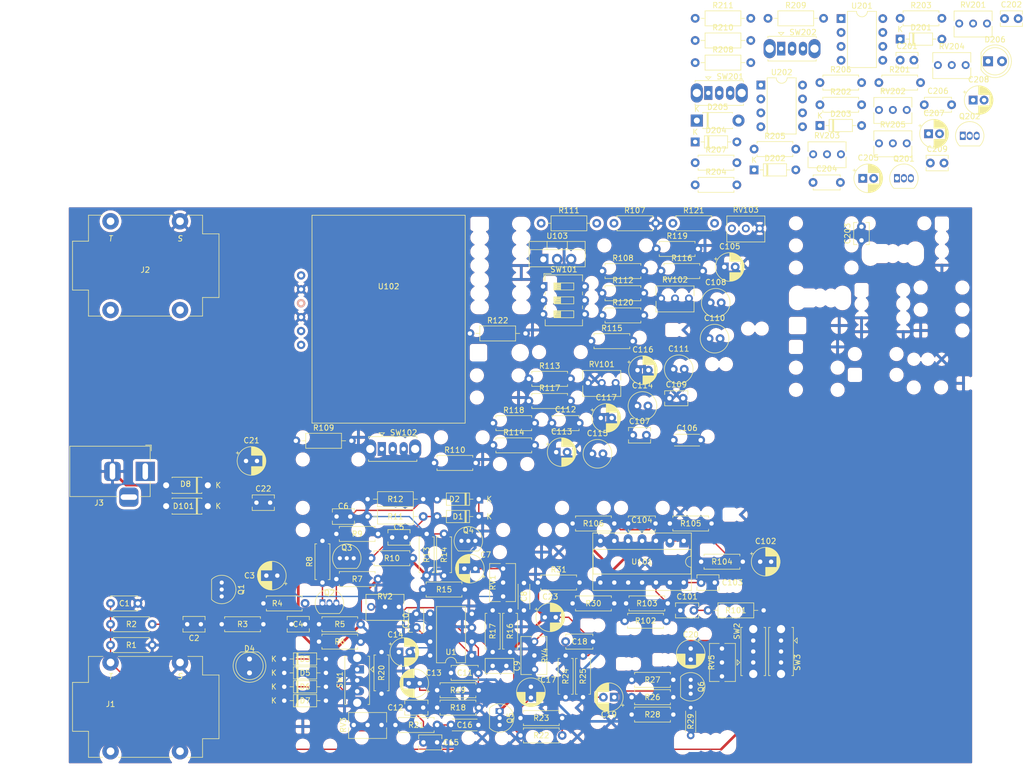
<source format=kicad_pcb>
(kicad_pcb (version 20171130) (host pcbnew "(5.1.12)-1")
  (layers (0 F.Cu signal) (31 B.Cu signal) (34 B.Paste user) (35 F.Paste user) (36 B.SilkS user) (37 F.SilkS user) (38 B.Mask user) (39 F.Mask user) (44 Edge.Cuts user))
  (net 0 "")
  (net 1 GND)
  (net 2 "Net-(C2-Pad2)")
  (net 3 "Net-(C2-Pad1)")
  (net 4 "Net-(C3-Pad2)")
  (net 5 "Net-(C3-Pad1)")
  (net 6 "Net-(C4-Pad1)")
  (net 7 "Net-(C5-Pad2)")
  (net 8 "Net-(C5-Pad1)")
  (net 9 "Net-(C6-Pad2)")
  (net 10 "Net-(C6-Pad1)")
  (net 11 "Net-(C7-Pad2)")
  (net 12 "Net-(C7-Pad1)")
  (net 13 "Net-(C8-Pad2)")
  (net 14 "Net-(C8-Pad1)")
  (net 15 "Net-(C9-Pad1)")
  (net 16 "Net-(C10-Pad2)")
  (net 17 "Net-(C10-Pad1)")
  (net 18 "Net-(C11-Pad2)")
  (net 19 "Net-(C11-Pad1)")
  (net 20 "Net-(C12-Pad1)")
  (net 21 "Net-(C13-Pad1)")
  (net 22 "Net-(C14-Pad1)")
  (net 23 "Net-(C15-Pad1)")
  (net 24 "Net-(C16-Pad2)")
  (net 25 "Net-(C17-Pad2)")
  (net 26 "Net-(C17-Pad1)")
  (net 27 "Net-(C18-Pad1)")
  (net 28 "Net-(C19-Pad2)")
  (net 29 "Net-(C19-Pad1)")
  (net 30 "Net-(C20-Pad2)")
  (net 31 "Net-(C20-Pad1)")
  (net 32 VCLEAN)
  (net 33 /Lobotomizer_Fuzz/VR)
  (net 34 "Net-(C101-Pad2)")
  (net 35 "Net-(C101-Pad1)")
  (net 36 "Net-(C102-Pad1)")
  (net 37 "Net-(C103-Pad2)")
  (net 38 "Net-(C103-Pad1)")
  (net 39 "Net-(C104-Pad2)")
  (net 40 "Net-(C104-Pad1)")
  (net 41 "Net-(C105-Pad1)")
  (net 42 "Net-(C107-Pad2)")
  (net 43 "Net-(C107-Pad1)")
  (net 44 "Net-(C108-Pad2)")
  (net 45 "Net-(C108-Pad1)")
  (net 46 "Net-(C109-Pad2)")
  (net 47 "Net-(C110-Pad2)")
  (net 48 "Net-(C110-Pad1)")
  (net 49 "Net-(C111-Pad1)")
  (net 50 "Net-(C112-Pad2)")
  (net 51 "Net-(C112-Pad1)")
  (net 52 "Net-(C113-Pad1)")
  (net 53 "Net-(C114-Pad2)")
  (net 54 "Net-(C114-Pad1)")
  (net 55 "Net-(C115-Pad1)")
  (net 56 5VCLEAN)
  (net 57 REVERB_OUT)
  (net 58 "Net-(C201-Pad1)")
  (net 59 "Net-(C202-Pad2)")
  (net 60 "Net-(C202-Pad1)")
  (net 61 "Net-(C203-Pad2)")
  (net 62 "Net-(C203-Pad1)")
  (net 63 "Net-(C204-Pad2)")
  (net 64 "Net-(C204-Pad1)")
  (net 65 "Net-(C205-Pad2)")
  (net 66 "Net-(C207-Pad2)")
  (net 67 "Net-(C207-Pad1)")
  (net 68 "Net-(D1-Pad1)")
  (net 69 "Net-(D3-Pad2)")
  (net 70 "Net-(D3-Pad1)")
  (net 71 "Net-(D6-Pad1)")
  (net 72 "Net-(D201-Pad2)")
  (net 73 "Net-(D203-Pad2)")
  (net 74 "Net-(D206-Pad2)")
  (net 75 SIGNAL_OUT)
  (net 76 "Net-(Q2-Pad1)")
  (net 77 "Net-(Q2-Pad3)")
  (net 78 "Net-(Q6-Pad3)")
  (net 79 "Net-(R11-Pad2)")
  (net 80 "Net-(R20-Pad1)")
  (net 81 "Net-(R21-Pad2)")
  (net 82 FUZZ_OUT)
  (net 83 "Net-(R108-Pad1)")
  (net 84 "Net-(C106-Pad2)")
  (net 85 "Net-(R114-Pad2)")
  (net 86 "Net-(R114-Pad1)")
  (net 87 "Net-(R115-Pad2)")
  (net 88 "Net-(R120-Pad1)")
  (net 89 "Net-(R203-Pad2)")
  (net 90 "Net-(R205-Pad2)")
  (net 91 "Net-(R205-Pad1)")
  (net 92 "Net-(R208-Pad2)")
  (net 93 "Net-(R208-Pad1)")
  (net 94 "Net-(R209-Pad2)")
  (net 95 "Net-(R210-Pad1)")
  (net 96 "Net-(RV5-Pad2)")
  (net 97 "Net-(RV102-Pad3)")
  (net 98 "Net-(RV103-Pad3)")
  (net 99 "Net-(RV201-Pad3)")
  (net 100 "Net-(RV203-Pad2)")
  (net 101 "Net-(RV204-Pad3)")
  (net 102 "Net-(RV204-Pad1)")
  (net 103 "Net-(RV205-Pad3)")
  (net 104 "Net-(RV205-Pad1)")
  (net 105 "Net-(SW2-Pad2)")
  (net 106 "Net-(C106-Pad1)")
  (net 107 "Net-(SW101-Pad2)")
  (net 108 /Lobotomizer_Reverb/BYPASS_VERB)
  (net 109 "Net-(SW201-Pad3)")
  (net 110 "Net-(SW202-Pad3)")
  (net 111 /Lobotomizer_Saw/BYPASS_KILL)
  (net 112 "Net-(U1-Pad8)")
  (net 113 "Net-(U101-Pad9)")
  (net 114 "Net-(U101-Pad8)")
  (net 115 BYPASS_FUZZ)
  (module Capacitor_THT:C_Disc_D4.3mm_W1.9mm_P5.00mm (layer F.Cu) (at 186.69 93.345)
    (fp_text reference C106 (at 2.5 -2.2) (layer F.SilkS))
    (fp_text value 4.7n)
    (pad 2 thru_hole circle (at 5 0) (size 1.6 1.6) (drill 0.8) (layers *.Cu *.Mask) (net 84 "Net-(C106-Pad2)"))
    (pad 1 thru_hole circle (at 0 0) (size 1.6 1.6) (drill 0.8) (layers *.Cu *.Mask) (net 106 "Net-(C106-Pad1)"))
  )
  (module Package_DIP:DIP-8_W7.62mm (layer F.Cu) (at 202.685 28.445)
    (fp_text reference U202 (at 3.81 -2.33) (layer F.SilkS))
    (fp_text value TL072)
    (pad 8 thru_hole oval (at 7.62 0) (size 1.6 1.6) (drill 0.8) (layers *.Cu *.Mask) (net 32 VCLEAN))
    (pad 4 thru_hole oval (at 0 7.62) (size 1.6 1.6) (drill 0.8) (layers *.Cu *.Mask) (net 1 GND))
    (pad 7 thru_hole oval (at 7.62 2.54) (size 1.6 1.6) (drill 0.8) (layers *.Cu *.Mask) (net 75 SIGNAL_OUT))
    (pad 3 thru_hole oval (at 0 5.08) (size 1.6 1.6) (drill 0.8) (layers *.Cu *.Mask) (net 1 GND))
    (pad 6 thru_hole oval (at 7.62 5.08) (size 1.6 1.6) (drill 0.8) (layers *.Cu *.Mask) (net 95 "Net-(R210-Pad1)"))
    (pad 2 thru_hole oval (at 0 2.54) (size 1.6 1.6) (drill 0.8) (layers *.Cu *.Mask) (net 93 "Net-(R208-Pad1)"))
    (pad 5 thru_hole oval (at 7.62 7.62) (size 1.6 1.6) (drill 0.8) (layers *.Cu *.Mask) (net 1 GND))
    (pad 1 thru_hole rect (at 0 0) (size 1.6 1.6) (drill 0.8) (layers *.Cu *.Mask) (net 95 "Net-(R210-Pad1)"))
  )
  (module Package_DIP:DIP-8_W7.62mm (layer F.Cu) (at 217.355 16.295)
    (fp_text reference U201 (at 3.81 -2.33) (layer F.SilkS))
    (fp_text value LM386)
    (pad 8 thru_hole oval (at 7.62 0) (size 1.6 1.6) (drill 0.8) (layers *.Cu *.Mask) (net 90 "Net-(R205-Pad2)"))
    (pad 4 thru_hole oval (at 0 7.62) (size 1.6 1.6) (drill 0.8) (layers *.Cu *.Mask) (net 1 GND))
    (pad 7 thru_hole oval (at 7.62 2.54) (size 1.6 1.6) (drill 0.8) (layers *.Cu *.Mask) (net 65 "Net-(C205-Pad2)"))
    (pad 3 thru_hole oval (at 0 5.08) (size 1.6 1.6) (drill 0.8) (layers *.Cu *.Mask) (net 64 "Net-(C204-Pad1)"))
    (pad 6 thru_hole oval (at 7.62 5.08) (size 1.6 1.6) (drill 0.8) (layers *.Cu *.Mask) (net 32 VCLEAN))
    (pad 2 thru_hole oval (at 0 2.54) (size 1.6 1.6) (drill 0.8) (layers *.Cu *.Mask) (net 72 "Net-(D201-Pad2)"))
    (pad 5 thru_hole oval (at 7.62 7.62) (size 1.6 1.6) (drill 0.8) (layers *.Cu *.Mask) (net 66 "Net-(C207-Pad2)"))
    (pad 1 thru_hole rect (at 0 0) (size 1.6 1.6) (drill 0.8) (layers *.Cu *.Mask) (net 91 "Net-(R205-Pad1)"))
  )
  (module Package_TO_SOT_THT:TO-220-3_Vertical (layer F.Cu) (at 162.92 60.295)
    (fp_text reference U103 (at 2.54 -4.27) (layer F.SilkS))
    (fp_text value L7805)
    (pad 3 thru_hole oval (at 5.08 0) (size 1.905 2) (drill 1.1) (layers *.Cu *.Mask) (net 56 5VCLEAN))
    (pad 2 thru_hole oval (at 2.54 0) (size 1.905 2) (drill 1.1) (layers *.Cu *.Mask) (net 1 GND))
    (pad 1 thru_hole rect (at 0 0) (size 1.905 2) (drill 1.1) (layers *.Cu *.Mask) (net 32 VCLEAN))
  )
  (module Lobotomizer:BTDR-2H-L (layer F.Cu) (at 118.646999 63.245)
    (fp_text reference U102 (at 16 2) (layer F.SilkS))
    (fp_text value BTDR-2H-L)
    (pad 6 thru_hole circle (at 0 12.7) (size 1.524 1.524) (drill 0.762) (layers *.Cu *.Mask) (net 85 "Net-(R114-Pad2)"))
    (pad 5 thru_hole circle (at 0 10.16) (size 1.524 1.524) (drill 0.762) (layers *.Cu *.Mask) (net 87 "Net-(R115-Pad2)"))
    (pad 4 thru_hole circle (at 0 7.62) (size 1.524 1.524) (drill 0.762) (layers *.Cu *.Mask) (net 1 GND))
    (pad 3 thru_hole circle (at 0 5.08) (size 1.524 1.524) (drill 0.762) (layers *.Cu *.Mask B.SilkS) (net 107 "Net-(SW101-Pad2)"))
    (pad 2 thru_hole circle (at 0 2.54) (size 1.524 1.524) (drill 0.762) (layers *.Cu *.Mask B.Adhes) (net 1 GND))
    (pad 1 thru_hole circle (at 0 0) (size 1.524 1.524) (drill 0.762) (layers *.Cu *.Mask B.Adhes) (net 56 5VCLEAN))
  )
  (module Package_DIP:DIP-14_W7.62mm_Socket_LongPads (layer F.Cu) (at 188.595 111.76 270)
    (fp_text reference U101 (at 3.81 7.62 180) (layer F.SilkS))
    (fp_text value TLC27M4AIN)
    (pad 14 thru_hole oval (at 7.62 0 270) (size 2.4 1.6) (drill 0.8) (layers *.Cu *.Mask) (net 38 "Net-(C103-Pad1)"))
    (pad 7 thru_hole oval (at 0 15.24 270) (size 2.4 1.6) (drill 0.8) (layers *.Cu *.Mask) (net 54 "Net-(C114-Pad1)"))
    (pad 13 thru_hole oval (at 7.62 2.54 270) (size 2.4 1.6) (drill 0.8) (layers *.Cu *.Mask) (net 38 "Net-(C103-Pad1)"))
    (pad 6 thru_hole oval (at 0 12.7 270) (size 2.4 1.6) (drill 0.8) (layers *.Cu *.Mask) (net 88 "Net-(R120-Pad1)"))
    (pad 12 thru_hole oval (at 7.62 5.08 270) (size 2.4 1.6) (drill 0.8) (layers *.Cu *.Mask) (net 35 "Net-(C101-Pad1)"))
    (pad 5 thru_hole oval (at 0 10.16 270) (size 2.4 1.6) (drill 0.8) (layers *.Cu *.Mask) (net 50 "Net-(C112-Pad2)"))
    (pad 11 thru_hole oval (at 7.62 7.62 270) (size 2.4 1.6) (drill 0.8) (layers *.Cu *.Mask) (net 1 GND))
    (pad 4 thru_hole oval (at 0 7.62 270) (size 2.4 1.6) (drill 0.8) (layers *.Cu *.Mask) (net 32 VCLEAN))
    (pad 10 thru_hole oval (at 7.62 10.16 270) (size 2.4 1.6) (drill 0.8) (layers *.Cu *.Mask) (net 1 GND))
    (pad 3 thru_hole oval (at 0 5.08 270) (size 2.4 1.6) (drill 0.8) (layers *.Cu *.Mask) (net 39 "Net-(C104-Pad2)"))
    (pad 9 thru_hole oval (at 7.62 12.7 270) (size 2.4 1.6) (drill 0.8) (layers *.Cu *.Mask) (net 113 "Net-(U101-Pad9)"))
    (pad 2 thru_hole oval (at 0 2.54 270) (size 2.4 1.6) (drill 0.8) (layers *.Cu *.Mask) (net 83 "Net-(R108-Pad1)"))
    (pad 8 thru_hole oval (at 7.62 15.24 270) (size 2.4 1.6) (drill 0.8) (layers *.Cu *.Mask) (net 114 "Net-(U101-Pad8)"))
    (pad 1 thru_hole rect (at 0 0 270) (size 2.4 1.6) (drill 0.8) (layers *.Cu *.Mask) (net 83 "Net-(R108-Pad1)"))
  )
  (module Package_DIP:DIP-8_W7.62mm (layer F.Cu) (at 149.86 132.715 180)
    (fp_text reference U1 (at 3.81 0.635) (layer F.SilkS))
    (fp_text value LM741)
    (pad 8 thru_hole oval (at 7.62 0 180) (size 1.6 1.6) (drill 0.8) (layers *.Cu *.Mask) (net 112 "Net-(U1-Pad8)"))
    (pad 4 thru_hole oval (at 0 7.62 180) (size 1.6 1.6) (drill 0.8) (layers *.Cu *.Mask) (net 1 GND))
    (pad 7 thru_hole oval (at 7.62 2.54 180) (size 1.6 1.6) (drill 0.8) (layers *.Cu *.Mask) (net 32 VCLEAN))
    (pad 3 thru_hole oval (at 0 5.08 180) (size 1.6 1.6) (drill 0.8) (layers *.Cu *.Mask) (net 15 "Net-(C9-Pad1)"))
    (pad 6 thru_hole oval (at 7.62 5.08 180) (size 1.6 1.6) (drill 0.8) (layers *.Cu *.Mask) (net 19 "Net-(C11-Pad1)"))
    (pad 2 thru_hole oval (at 0 2.54 180) (size 1.6 1.6) (drill 0.8) (layers *.Cu *.Mask) (net 18 "Net-(C11-Pad2)"))
    (pad 5 thru_hole oval (at 7.62 7.62 180) (size 1.6 1.6) (drill 0.8) (layers *.Cu *.Mask) (net 17 "Net-(C10-Pad1)"))
    (pad 1 thru_hole rect (at 0 0 180) (size 1.6 1.6) (drill 0.8) (layers *.Cu *.Mask) (net 16 "Net-(C10-Pad2)"))
  )
  (module Button_Switch_THT:SW_Slide_1P2T_CK_OS102011MS2Q (layer F.Cu) (at 206.395 21.79)
    (fp_text reference SW202 (at 3.99 -2.99) (layer F.SilkS))
    (fp_text value SW_SPDT)
    (pad "" thru_hole oval (at 6.1 0) (size 2.2 3.5) (drill 1.5) (layers *.Cu *.Mask))
    (pad "" thru_hole oval (at -2.1 0) (size 2.2 3.5) (drill 1.5) (layers *.Cu *.Mask))
    (pad 3 thru_hole oval (at 4 0) (size 1.5 2.5) (drill 0.8) (layers *.Cu *.Mask) (net 110 "Net-(SW202-Pad3)"))
    (pad 2 thru_hole oval (at 2 0) (size 1.5 2.5) (drill 0.8) (layers *.Cu *.Mask) (net 111 /Lobotomizer_Saw/BYPASS_KILL))
    (pad 1 thru_hole rect (at 0 0) (size 1.5 2.5) (drill 0.8) (layers *.Cu *.Mask) (net 104 "Net-(RV205-Pad1)"))
  )
  (module Button_Switch_THT:SW_Slide_1P2T_CK_OS102011MS2Q (layer F.Cu) (at 193.085 29.89)
    (fp_text reference SW201 (at 3.99 -2.99) (layer F.SilkS))
    (fp_text value SW_SPDT)
    (pad "" thru_hole oval (at 6.1 0) (size 2.2 3.5) (drill 1.5) (layers *.Cu *.Mask))
    (pad "" thru_hole oval (at -2.1 0) (size 2.2 3.5) (drill 1.5) (layers *.Cu *.Mask))
    (pad 3 thru_hole oval (at 4 0) (size 1.5 2.5) (drill 0.8) (layers *.Cu *.Mask) (net 109 "Net-(SW201-Pad3)"))
    (pad 2 thru_hole oval (at 2 0) (size 1.5 2.5) (drill 0.8) (layers *.Cu *.Mask) (net 100 "Net-(RV203-Pad2)"))
    (pad 1 thru_hole rect (at 0 0) (size 1.5 2.5) (drill 0.8) (layers *.Cu *.Mask) (net 102 "Net-(RV204-Pad1)"))
  )
  (module Button_Switch_THT:SW_Slide_1P2T_CK_OS102011MS2Q (layer F.Cu) (at 133.4 94.96)
    (fp_text reference SW102 (at 3.99 -2.99) (layer F.SilkS))
    (fp_text value SW_SPDT)
    (pad "" thru_hole oval (at 6.1 0) (size 2.2 3.5) (drill 1.5) (layers *.Cu *.Mask))
    (pad "" thru_hole oval (at -2.1 0) (size 2.2 3.5) (drill 1.5) (layers *.Cu *.Mask))
    (pad 3 thru_hole oval (at 4 0) (size 1.5 2.5) (drill 0.8) (layers *.Cu *.Mask) (net 98 "Net-(RV103-Pad3)"))
    (pad 2 thru_hole oval (at 2 0) (size 1.5 2.5) (drill 0.8) (layers *.Cu *.Mask) (net 57 REVERB_OUT))
    (pad 1 thru_hole rect (at 0 0) (size 1.5 2.5) (drill 0.8) (layers *.Cu *.Mask) (net 108 /Lobotomizer_Reverb/BYPASS_VERB))
  )
  (module Button_Switch_THT:SW_DIP_SPSTx03_Slide_6.7x9.18mm_W7.62mm_P2.54mm_LowProfile (layer F.Cu) (at 162.87 65.255)
    (fp_text reference SW101 (at 3.81 -3.11) (layer F.SilkS))
    (fp_text value SW_Push_DPDT)
    (pad 6 thru_hole oval (at 7.62 0) (size 1.6 1.6) (drill 0.8) (layers *.Cu *.Mask) (net 42 "Net-(C107-Pad2)"))
    (pad 3 thru_hole oval (at 0 5.08) (size 1.6 1.6) (drill 0.8) (layers *.Cu *.Mask) (net 106 "Net-(C106-Pad1)"))
    (pad 5 thru_hole oval (at 7.62 2.54) (size 1.6 1.6) (drill 0.8) (layers *.Cu *.Mask) (net 83 "Net-(R108-Pad1)"))
    (pad 2 thru_hole oval (at 0 2.54) (size 1.6 1.6) (drill 0.8) (layers *.Cu *.Mask) (net 107 "Net-(SW101-Pad2)"))
    (pad 4 thru_hole oval (at 7.62 5.08) (size 1.6 1.6) (drill 0.8) (layers *.Cu *.Mask) (net 48 "Net-(C110-Pad1)"))
    (pad 1 thru_hole rect (at 0 0) (size 1.6 1.6) (drill 0.8) (layers *.Cu *.Mask) (net 44 "Net-(C108-Pad2)"))
  )
  (module Button_Switch_THT:SW_Slide_1P2T_CK_OS102011MS2Q (layer F.Cu) (at 206.375 129.985 270)
    (fp_text reference SW3 (at 3.99 -2.99 90) (layer F.SilkS))
    (fp_text value SW_SPDT)
    (pad "" thru_hole oval (at 6.1 0 270) (size 2.2 3.5) (drill 1.5) (layers *.Cu *.Mask))
    (pad "" thru_hole oval (at -2.1 0 270) (size 2.2 3.5) (drill 1.5) (layers *.Cu *.Mask))
    (pad 3 thru_hole oval (at 4 0 270) (size 1.5 2.5) (drill 0.8) (layers *.Cu *.Mask) (net 105 "Net-(SW2-Pad2)"))
    (pad 2 thru_hole oval (at 2 0 270) (size 1.5 2.5) (drill 0.8) (layers *.Cu *.Mask) (net 82 FUZZ_OUT))
    (pad 1 thru_hole rect (at 0 0 270) (size 1.5 2.5) (drill 0.8) (layers *.Cu *.Mask) (net 115 BYPASS_FUZZ))
  )
  (module Button_Switch_THT:SW_Slide_1P2T_CK_OS102011MS2Q (layer F.Cu) (at 201.295 133.985 90)
    (fp_text reference SW2 (at 5.715 -2.99 90) (layer F.SilkS))
    (fp_text value SW_SPDT)
    (pad "" thru_hole oval (at 6.1 0 90) (size 2.2 3.5) (drill 1.5) (layers *.Cu *.Mask))
    (pad "" thru_hole oval (at -2.1 0 90) (size 2.2 3.5) (drill 1.5) (layers *.Cu *.Mask))
    (pad 3 thru_hole oval (at 4 0 90) (size 1.5 2.5) (drill 0.8) (layers *.Cu *.Mask) (net 27 "Net-(C18-Pad1)"))
    (pad 2 thru_hole oval (at 2 0 90) (size 1.5 2.5) (drill 0.8) (layers *.Cu *.Mask) (net 105 "Net-(SW2-Pad2)"))
    (pad 1 thru_hole rect (at 0 0 90) (size 1.5 2.5) (drill 0.8) (layers *.Cu *.Mask) (net 96 "Net-(RV5-Pad2)"))
  )
  (module Button_Switch_THT:SW_Slide_1P2T_CK_OS102011MS2Q (layer F.Cu) (at 128.905 135.255 270)
    (fp_text reference SW1 (at 1.905 3.175 90) (layer F.SilkS))
    (fp_text value SW_SPDT_MSM)
    (pad "" thru_hole oval (at 6.1 0 270) (size 2.2 3.5) (drill 1.5) (layers *.Cu *.Mask))
    (pad "" thru_hole oval (at -2.1 0 270) (size 2.2 3.5) (drill 1.5) (layers *.Cu *.Mask))
    (pad 3 thru_hole oval (at 4 0 270) (size 1.5 2.5) (drill 0.8) (layers *.Cu *.Mask) (net 70 "Net-(D3-Pad1)"))
    (pad 2 thru_hole oval (at 2 0 270) (size 1.5 2.5) (drill 0.8) (layers *.Cu *.Mask) (net 80 "Net-(R20-Pad1)"))
    (pad 1 thru_hole rect (at 0 0 270) (size 1.5 2.5) (drill 0.8) (layers *.Cu *.Mask) (net 71 "Net-(D6-Pad1)"))
  )
  (module Potentiometer_THT:Potentiometer_Bourns_3266Y_Vertical (layer F.Cu) (at 229.355 39.095)
    (fp_text reference RV205 (at -2.54 -3.41) (layer F.SilkS))
    (fp_text value 100K)
    (pad 3 thru_hole circle (at -5.08 0) (size 1.44 1.44) (drill 0.8) (layers *.Cu *.Mask) (net 103 "Net-(RV205-Pad3)"))
    (pad 2 thru_hole circle (at -2.54 0) (size 1.44 1.44) (drill 0.8) (layers *.Cu *.Mask) (net 94 "Net-(R209-Pad2)"))
    (pad 1 thru_hole circle (at 0 0) (size 1.44 1.44) (drill 0.8) (layers *.Cu *.Mask) (net 104 "Net-(RV205-Pad1)"))
  )
  (module Potentiometer_THT:Potentiometer_Bourns_3266Y_Vertical (layer F.Cu) (at 240.125 24.795)
    (fp_text reference RV204 (at -2.54 -3.41) (layer F.SilkS))
    (fp_text value 100K)
    (pad 3 thru_hole circle (at -5.08 0) (size 1.44 1.44) (drill 0.8) (layers *.Cu *.Mask) (net 101 "Net-(RV204-Pad3)"))
    (pad 2 thru_hole circle (at -2.54 0) (size 1.44 1.44) (drill 0.8) (layers *.Cu *.Mask) (net 92 "Net-(R208-Pad2)"))
    (pad 1 thru_hole circle (at 0 0) (size 1.44 1.44) (drill 0.8) (layers *.Cu *.Mask) (net 102 "Net-(RV204-Pad1)"))
  )
  (module Potentiometer_THT:Potentiometer_Bourns_3266Y_Vertical (layer F.Cu) (at 217.325 41.095)
    (fp_text reference RV203 (at -2.54 -3.41) (layer F.SilkS))
    (fp_text value 100K)
    (pad 3 thru_hole circle (at -5.08 0) (size 1.44 1.44) (drill 0.8) (layers *.Cu *.Mask) (net 73 "Net-(D203-Pad2)"))
    (pad 2 thru_hole circle (at -2.54 0) (size 1.44 1.44) (drill 0.8) (layers *.Cu *.Mask) (net 100 "Net-(RV203-Pad2)"))
    (pad 1 thru_hole circle (at 0 0) (size 1.44 1.44) (drill 0.8) (layers *.Cu *.Mask) (net 1 GND))
  )
  (module Potentiometer_THT:Potentiometer_Bourns_3266Y_Vertical (layer F.Cu) (at 229.355 32.995)
    (fp_text reference RV202 (at -2.54 -3.41) (layer F.SilkS))
    (fp_text value 1M)
    (pad 3 thru_hole circle (at -5.08 0) (size 1.44 1.44) (drill 0.8) (layers *.Cu *.Mask) (net 63 "Net-(C204-Pad2)"))
    (pad 2 thru_hole circle (at -2.54 0) (size 1.44 1.44) (drill 0.8) (layers *.Cu *.Mask) (net 72 "Net-(D201-Pad2)"))
    (pad 1 thru_hole circle (at 0 0) (size 1.44 1.44) (drill 0.8) (layers *.Cu *.Mask) (net 61 "Net-(C203-Pad2)"))
  )
  (module Potentiometer_THT:Potentiometer_Bourns_3266Y_Vertical (layer F.Cu) (at 244.025 17.195)
    (fp_text reference RV201 (at -2.54 -3.41) (layer F.SilkS))
    (fp_text value 1M)
    (pad 3 thru_hole circle (at -5.08 0) (size 1.44 1.44) (drill 0.8) (layers *.Cu *.Mask) (net 99 "Net-(RV201-Pad3)"))
    (pad 2 thru_hole circle (at -2.54 0) (size 1.44 1.44) (drill 0.8) (layers *.Cu *.Mask) (net 62 "Net-(C203-Pad1)"))
    (pad 1 thru_hole circle (at 0 0) (size 1.44 1.44) (drill 0.8) (layers *.Cu *.Mask) (net 89 "Net-(R203-Pad2)"))
  )
  (module Potentiometer_THT:Potentiometer_Bourns_3266Y_Vertical (layer F.Cu) (at 202.48 54.66)
    (fp_text reference RV103 (at -2.54 -3.41) (layer F.SilkS))
    (fp_text value 100K)
    (pad 3 thru_hole circle (at -5.08 0) (size 1.44 1.44) (drill 0.8) (layers *.Cu *.Mask) (net 98 "Net-(RV103-Pad3)"))
    (pad 2 thru_hole circle (at -2.54 0) (size 1.44 1.44) (drill 0.8) (layers *.Cu *.Mask) (net 55 "Net-(C115-Pad1)"))
    (pad 1 thru_hole circle (at 0 0) (size 1.44 1.44) (drill 0.8) (layers *.Cu *.Mask) (net 1 GND))
  )
  (module Potentiometer_THT:Potentiometer_Bourns_3266Y_Vertical (layer F.Cu) (at 189.54 67.445)
    (fp_text reference RV102 (at -2.54 -3.41) (layer F.SilkS))
    (fp_text value 1M)
    (pad 3 thru_hole circle (at -5.08 0) (size 1.44 1.44) (drill 0.8) (layers *.Cu *.Mask) (net 97 "Net-(RV102-Pad3)"))
    (pad 2 thru_hole circle (at -2.54 0) (size 1.44 1.44) (drill 0.8) (layers *.Cu *.Mask) (net 54 "Net-(C114-Pad1)"))
    (pad 1 thru_hole circle (at 0 0) (size 1.44 1.44) (drill 0.8) (layers *.Cu *.Mask) (net 53 "Net-(C114-Pad2)"))
  )
  (module Potentiometer_THT:Potentiometer_Bourns_3266Y_Vertical (layer F.Cu) (at 176.15 82.895)
    (fp_text reference RV101 (at -2.54 -3.41) (layer F.SilkS))
    (fp_text value 10K)
    (pad 3 thru_hole circle (at -5.08 0) (size 1.44 1.44) (drill 0.8) (layers *.Cu *.Mask) (net 1 GND))
    (pad 2 thru_hole circle (at -2.54 0) (size 1.44 1.44) (drill 0.8) (layers *.Cu *.Mask) (net 51 "Net-(C112-Pad1)"))
    (pad 1 thru_hole circle (at 0 0) (size 1.44 1.44) (drill 0.8) (layers *.Cu *.Mask) (net 86 "Net-(R114-Pad1)"))
  )
  (module Potentiometer_THT:Potentiometer_Bourns_3266Y_Vertical (layer F.Cu) (at 195.58 131.445 90)
    (fp_text reference RV5 (at -2.54 -1.905 90) (layer F.SilkS))
    (fp_text value 100K)
    (pad 3 thru_hole circle (at -5.08 0 90) (size 1.44 1.44) (drill 0.8) (layers *.Cu *.Mask) (net 1 GND))
    (pad 2 thru_hole circle (at -2.54 0 90) (size 1.44 1.44) (drill 0.8) (layers *.Cu *.Mask) (net 96 "Net-(RV5-Pad2)"))
    (pad 1 thru_hole circle (at 0 0 90) (size 1.44 1.44) (drill 0.8) (layers *.Cu *.Mask) (net 31 "Net-(C20-Pad1)"))
  )
  (module Potentiometer_THT:Potentiometer_Bourns_3266Y_Vertical (layer F.Cu) (at 161.29 135.255 270)
    (fp_text reference RV4 (at -2.54 -1.905 90) (layer F.SilkS))
    (fp_text value 100K)
    (pad 3 thru_hole circle (at -5.08 0 270) (size 1.44 1.44) (drill 0.8) (layers *.Cu *.Mask) (net 1 GND))
    (pad 2 thru_hole circle (at -2.54 0 270) (size 1.44 1.44) (drill 0.8) (layers *.Cu *.Mask) (net 27 "Net-(C18-Pad1)"))
    (pad 1 thru_hole circle (at 0 0 270) (size 1.44 1.44) (drill 0.8) (layers *.Cu *.Mask) (net 26 "Net-(C17-Pad1)"))
  )
  (module Potentiometer_THT:Potentiometer_Bourns_3266Y_Vertical (layer F.Cu) (at 133.35 145.415)
    (fp_text reference RV3 (at -6.985 0 90) (layer F.SilkS))
    (fp_text value 100K)
    (pad 3 thru_hole circle (at -5.08 0) (size 1.44 1.44) (drill 0.8) (layers *.Cu *.Mask) (net 81 "Net-(R21-Pad2)"))
    (pad 2 thru_hole circle (at -2.54 0) (size 1.44 1.44) (drill 0.8) (layers *.Cu *.Mask) (net 80 "Net-(R20-Pad1)"))
    (pad 1 thru_hole circle (at 0 0) (size 1.44 1.44) (drill 0.8) (layers *.Cu *.Mask) (net 80 "Net-(R20-Pad1)"))
  )
  (module Potentiometer_THT:Potentiometer_Bourns_3266Y_Vertical (layer F.Cu) (at 136.525 123.825)
    (fp_text reference RV2 (at -2.54 -1.905) (layer F.SilkS))
    (fp_text value 100K)
    (pad 3 thru_hole circle (at -5.08 0) (size 1.44 1.44) (drill 0.8) (layers *.Cu *.Mask) (net 18 "Net-(C11-Pad2)"))
    (pad 2 thru_hole circle (at -2.54 0) (size 1.44 1.44) (drill 0.8) (layers *.Cu *.Mask) (net 18 "Net-(C11-Pad2)"))
    (pad 1 thru_hole circle (at 0 0) (size 1.44 1.44) (drill 0.8) (layers *.Cu *.Mask) (net 19 "Net-(C11-Pad1)"))
  )
  (module Potentiometer_THT:Potentiometer_Bourns_3266Y_Vertical (layer F.Cu) (at 155.575 121.92 270)
    (fp_text reference RV1 (at -2.54 1.905 90) (layer F.SilkS))
    (fp_text value 50K)
    (pad 3 thru_hole circle (at -5.08 0 270) (size 1.44 1.44) (drill 0.8) (layers *.Cu *.Mask) (net 12 "Net-(C7-Pad1)"))
    (pad 2 thru_hole circle (at -2.54 0 270) (size 1.44 1.44) (drill 0.8) (layers *.Cu *.Mask) (net 13 "Net-(C8-Pad2)"))
    (pad 1 thru_hole circle (at 0 0 270) (size 1.44 1.44) (drill 0.8) (layers *.Cu *.Mask) (net 5 "Net-(C3-Pad1)"))
  )
  (module Resistor_THT:R_Axial_DIN0207_L6.3mm_D2.5mm_P10.16mm_Horizontal (layer F.Cu) (at 190.685 16.245)
    (fp_text reference R211 (at 5.08 -2.37) (layer F.SilkS))
    (fp_text value 100K)
    (pad 2 thru_hole oval (at 10.16 0) (size 1.6 1.6) (drill 0.8) (layers *.Cu *.Mask) (net 95 "Net-(R210-Pad1)"))
    (pad 1 thru_hole circle (at 0 0) (size 1.6 1.6) (drill 0.8) (layers *.Cu *.Mask) (net 75 SIGNAL_OUT))
  )
  (module Resistor_THT:R_Axial_DIN0207_L6.3mm_D2.5mm_P10.16mm_Horizontal (layer F.Cu) (at 190.685 20.295)
    (fp_text reference R210 (at 5.08 -2.37) (layer F.SilkS))
    (fp_text value 100K)
    (pad 2 thru_hole oval (at 10.16 0) (size 1.6 1.6) (drill 0.8) (layers *.Cu *.Mask) (net 93 "Net-(R208-Pad1)"))
    (pad 1 thru_hole circle (at 0 0) (size 1.6 1.6) (drill 0.8) (layers *.Cu *.Mask) (net 95 "Net-(R210-Pad1)"))
  )
  (module Resistor_THT:R_Axial_DIN0207_L6.3mm_D2.5mm_P10.16mm_Horizontal (layer F.Cu) (at 203.995 16.245)
    (fp_text reference R209 (at 5.08 -2.37) (layer F.SilkS))
    (fp_text value 100K)
    (pad 2 thru_hole oval (at 10.16 0) (size 1.6 1.6) (drill 0.8) (layers *.Cu *.Mask) (net 94 "Net-(R209-Pad2)"))
    (pad 1 thru_hole circle (at 0 0) (size 1.6 1.6) (drill 0.8) (layers *.Cu *.Mask) (net 93 "Net-(R208-Pad1)"))
  )
  (module Resistor_THT:R_Axial_DIN0207_L6.3mm_D2.5mm_P10.16mm_Horizontal (layer F.Cu) (at 190.685 24.345)
    (fp_text reference R208 (at 5.08 -2.37) (layer F.SilkS))
    (fp_text value 100K)
    (pad 2 thru_hole oval (at 10.16 0) (size 1.6 1.6) (drill 0.8) (layers *.Cu *.Mask) (net 92 "Net-(R208-Pad2)"))
    (pad 1 thru_hole circle (at 0 0) (size 1.6 1.6) (drill 0.8) (layers *.Cu *.Mask) (net 93 "Net-(R208-Pad1)"))
  )
  (module Resistor_THT:R_Axial_DIN0207_L6.3mm_D2.5mm_P7.62mm_Horizontal (layer F.Cu) (at 190.685 42.635)
    (fp_text reference R207 (at 3.81 -2.37) (layer F.SilkS))
    (fp_text value 10K)
    (pad 2 thru_hole oval (at 7.62 0) (size 1.6 1.6) (drill 0.8) (layers *.Cu *.Mask) (net 32 VCLEAN))
    (pad 1 thru_hole circle (at 0 0) (size 1.6 1.6) (drill 0.8) (layers *.Cu *.Mask) (net 74 "Net-(D206-Pad2)"))
  )
  (module Resistor_THT:R_Axial_DIN0207_L6.3mm_D2.5mm_P7.62mm_Horizontal (layer F.Cu) (at 213.485 27.995)
    (fp_text reference R206 (at 3.81 -2.37) (layer F.SilkS))
    (fp_text value 220)
    (pad 2 thru_hole oval (at 7.62 0) (size 1.6 1.6) (drill 0.8) (layers *.Cu *.Mask) (net 67 "Net-(C207-Pad1)"))
    (pad 1 thru_hole circle (at 0 0) (size 1.6 1.6) (drill 0.8) (layers *.Cu *.Mask) (net 73 "Net-(D203-Pad2)"))
  )
  (module Resistor_THT:R_Axial_DIN0207_L6.3mm_D2.5mm_P7.62mm_Horizontal (layer F.Cu) (at 201.455 40.145)
    (fp_text reference R205 (at 3.81 -2.37) (layer F.SilkS))
    (fp_text value 1K)
    (pad 2 thru_hole oval (at 7.62 0) (size 1.6 1.6) (drill 0.8) (layers *.Cu *.Mask) (net 90 "Net-(R205-Pad2)"))
    (pad 1 thru_hole circle (at 0 0) (size 1.6 1.6) (drill 0.8) (layers *.Cu *.Mask) (net 91 "Net-(R205-Pad1)"))
  )
  (module Resistor_THT:R_Axial_DIN0207_L6.3mm_D2.5mm_P7.62mm_Horizontal (layer F.Cu) (at 190.685 46.685)
    (fp_text reference R204 (at 3.81 -2.37) (layer F.SilkS))
    (fp_text value 180K)
    (pad 2 thru_hole oval (at 7.62 0) (size 1.6 1.6) (drill 0.8) (layers *.Cu *.Mask) (net 62 "Net-(C203-Pad1)"))
    (pad 1 thru_hole circle (at 0 0) (size 1.6 1.6) (drill 0.8) (layers *.Cu *.Mask) (net 32 VCLEAN))
  )
  (module Resistor_THT:R_Axial_DIN0207_L6.3mm_D2.5mm_P7.62mm_Horizontal (layer F.Cu) (at 228.155 16.245)
    (fp_text reference R203 (at 3.81 -2.37) (layer F.SilkS))
    (fp_text value 4.7K)
    (pad 2 thru_hole oval (at 7.62 0) (size 1.6 1.6) (drill 0.8) (layers *.Cu *.Mask) (net 89 "Net-(R203-Pad2)"))
    (pad 1 thru_hole circle (at 0 0) (size 1.6 1.6) (drill 0.8) (layers *.Cu *.Mask) (net 60 "Net-(C202-Pad1)"))
  )
  (module Resistor_THT:R_Axial_DIN0207_L6.3mm_D2.5mm_P7.62mm_Horizontal (layer F.Cu) (at 213.485 32.045)
    (fp_text reference R202 (at 3.81 -2.37) (layer F.SilkS))
    (fp_text value 180K)
    (pad 2 thru_hole oval (at 7.62 0) (size 1.6 1.6) (drill 0.8) (layers *.Cu *.Mask) (net 59 "Net-(C202-Pad2)"))
    (pad 1 thru_hole circle (at 0 0) (size 1.6 1.6) (drill 0.8) (layers *.Cu *.Mask) (net 32 VCLEAN))
  )
  (module Resistor_THT:R_Axial_DIN0207_L6.3mm_D2.5mm_P7.62mm_Horizontal (layer F.Cu) (at 224.255 27.995)
    (fp_text reference R201 (at 3.81 -2.37) (layer F.SilkS))
    (fp_text value 910K)
    (pad 2 thru_hole oval (at 7.62 0) (size 1.6 1.6) (drill 0.8) (layers *.Cu *.Mask) (net 58 "Net-(C201-Pad1)"))
    (pad 1 thru_hole circle (at 0 0) (size 1.6 1.6) (drill 0.8) (layers *.Cu *.Mask) (net 32 VCLEAN))
  )
  (module Resistor_THT:R_Axial_DIN0207_L6.3mm_D2.5mm_P10.16mm_Horizontal (layer F.Cu) (at 149.51 73.845)
    (fp_text reference R122 (at 5.08 -2.37) (layer F.SilkS))
    (fp_text value 100K)
    (pad 2 thru_hole oval (at 10.16 0) (size 1.6 1.6) (drill 0.8) (layers *.Cu *.Mask) (net 1 GND))
    (pad 1 thru_hole circle (at 0 0) (size 1.6 1.6) (drill 0.8) (layers *.Cu *.Mask) (net 54 "Net-(C114-Pad1)"))
  )
  (module Resistor_THT:R_Axial_DIN0207_L6.3mm_D2.5mm_P7.62mm_Horizontal (layer F.Cu) (at 186.61 53.71)
    (fp_text reference R121 (at 3.81 -2.37) (layer F.SilkS))
    (fp_text value 68K)
    (pad 2 thru_hole oval (at 7.62 0) (size 1.6 1.6) (drill 0.8) (layers *.Cu *.Mask) (net 88 "Net-(R120-Pad1)"))
    (pad 1 thru_hole circle (at 0 0) (size 1.6 1.6) (drill 0.8) (layers *.Cu *.Mask) (net 53 "Net-(C114-Pad2)"))
  )
  (module Resistor_THT:R_Axial_DIN0207_L6.3mm_D2.5mm_P7.62mm_Horizontal (layer F.Cu) (at 173.67 70.545)
    (fp_text reference R120 (at 3.81 -2.37) (layer F.SilkS))
    (fp_text value 10K)
    (pad 2 thru_hole oval (at 7.62 0) (size 1.6 1.6) (drill 0.8) (layers *.Cu *.Mask) (net 52 "Net-(C113-Pad1)"))
    (pad 1 thru_hole circle (at 0 0) (size 1.6 1.6) (drill 0.8) (layers *.Cu *.Mask) (net 88 "Net-(R120-Pad1)"))
  )
  (module Resistor_THT:R_Axial_DIN0207_L6.3mm_D2.5mm_P7.62mm_Horizontal (layer F.Cu) (at 183.58 58.395)
    (fp_text reference R119 (at 3.81 -2.37) (layer F.SilkS))
    (fp_text value 1M)
    (pad 2 thru_hole oval (at 7.62 0) (size 1.6 1.6) (drill 0.8) (layers *.Cu *.Mask) (net 1 GND))
    (pad 1 thru_hole circle (at 0 0) (size 1.6 1.6) (drill 0.8) (layers *.Cu *.Mask) (net 50 "Net-(C112-Pad2)"))
  )
  (module Resistor_THT:R_Axial_DIN0207_L6.3mm_D2.5mm_P7.62mm_Horizontal (layer F.Cu) (at 153.72 90.245)
    (fp_text reference R118 (at 3.81 -2.37) (layer F.SilkS))
    (fp_text value 1M)
    (pad 2 thru_hole oval (at 7.62 0) (size 1.6 1.6) (drill 0.8) (layers *.Cu *.Mask) (net 50 "Net-(C112-Pad2)"))
    (pad 1 thru_hole circle (at 0 0) (size 1.6 1.6) (drill 0.8) (layers *.Cu *.Mask) (net 32 VCLEAN))
  )
  (module Resistor_THT:R_Axial_DIN0207_L6.3mm_D2.5mm_P7.62mm_Horizontal (layer F.Cu) (at 160.28 86.195)
    (fp_text reference R117 (at 3.81 -2.37) (layer F.SilkS))
    (fp_text value 6.8K)
    (pad 2 thru_hole oval (at 7.62 0) (size 1.6 1.6) (drill 0.8) (layers *.Cu *.Mask) (net 49 "Net-(C111-Pad1)"))
    (pad 1 thru_hole circle (at 0 0) (size 1.6 1.6) (drill 0.8) (layers *.Cu *.Mask) (net 50 "Net-(C112-Pad2)"))
  )
  (module Resistor_THT:R_Axial_DIN0207_L6.3mm_D2.5mm_P7.62mm_Horizontal (layer F.Cu) (at 184.44 62.445)
    (fp_text reference R116 (at 3.81 -2.37) (layer F.SilkS))
    (fp_text value 1M)
    (pad 2 thru_hole oval (at 7.62 0) (size 1.6 1.6) (drill 0.8) (layers *.Cu *.Mask) (net 37 "Net-(C103-Pad2)"))
    (pad 1 thru_hole circle (at 0 0) (size 1.6 1.6) (drill 0.8) (layers *.Cu *.Mask) (net 49 "Net-(C111-Pad1)"))
  )
  (module Resistor_THT:R_Axial_DIN0207_L6.3mm_D2.5mm_P7.62mm_Horizontal (layer F.Cu) (at 171.65 75.255)
    (fp_text reference R115 (at 3.81 -2.37) (layer F.SilkS))
    (fp_text value 5K)
    (pad 2 thru_hole oval (at 7.62 0) (size 1.6 1.6) (drill 0.8) (layers *.Cu *.Mask) (net 87 "Net-(R115-Pad2)"))
    (pad 1 thru_hole circle (at 0 0) (size 1.6 1.6) (drill 0.8) (layers *.Cu *.Mask) (net 86 "Net-(R114-Pad1)"))
  )
  (module Resistor_THT:R_Axial_DIN0207_L6.3mm_D2.5mm_P7.62mm_Horizontal (layer F.Cu) (at 153.72 94.295)
    (fp_text reference R114 (at 3.81 -2.37) (layer F.SilkS))
    (fp_text value 5K)
    (pad 2 thru_hole oval (at 7.62 0) (size 1.6 1.6) (drill 0.8) (layers *.Cu *.Mask) (net 85 "Net-(R114-Pad2)"))
    (pad 1 thru_hole circle (at 0 0) (size 1.6 1.6) (drill 0.8) (layers *.Cu *.Mask) (net 86 "Net-(R114-Pad1)"))
  )
  (module Resistor_THT:R_Axial_DIN0207_L6.3mm_D2.5mm_P7.62mm_Horizontal (layer F.Cu) (at 160.28 82.145)
    (fp_text reference R113 (at 3.81 -2.37) (layer F.SilkS))
    (fp_text value 39K)
    (pad 2 thru_hole oval (at 7.62 0) (size 1.6 1.6) (drill 0.8) (layers *.Cu *.Mask) (net 46 "Net-(C109-Pad2)"))
    (pad 1 thru_hole circle (at 0 0) (size 1.6 1.6) (drill 0.8) (layers *.Cu *.Mask) (net 47 "Net-(C110-Pad2)"))
  )
  (module Resistor_THT:R_Axial_DIN0207_L6.3mm_D2.5mm_P7.62mm_Horizontal (layer F.Cu) (at 173.67 66.495)
    (fp_text reference R112 (at 3.81 -2.37) (layer F.SilkS))
    (fp_text value 39K)
    (pad 2 thru_hole oval (at 7.62 0) (size 1.6 1.6) (drill 0.8) (layers *.Cu *.Mask) (net 45 "Net-(C108-Pad1)"))
    (pad 1 thru_hole circle (at 0 0) (size 1.6 1.6) (drill 0.8) (layers *.Cu *.Mask) (net 46 "Net-(C109-Pad2)"))
  )
  (module Resistor_THT:R_Axial_DIN0207_L6.3mm_D2.5mm_P10.16mm_Horizontal (layer F.Cu) (at 162.53 53.71)
    (fp_text reference R111 (at 5.08 -2.37) (layer F.SilkS))
    (fp_text value 100K)
    (pad 2 thru_hole oval (at 10.16 0) (size 1.6 1.6) (drill 0.8) (layers *.Cu *.Mask) (net 43 "Net-(C107-Pad1)"))
    (pad 1 thru_hole circle (at 0 0) (size 1.6 1.6) (drill 0.8) (layers *.Cu *.Mask) (net 84 "Net-(C106-Pad2)"))
  )
  (module Resistor_THT:R_Axial_DIN0207_L6.3mm_D2.5mm_P7.62mm_Horizontal (layer F.Cu) (at 142.95 97.515)
    (fp_text reference R110 (at 3.81 -2.37) (layer F.SilkS))
    (fp_text value 1K)
    (pad 2 thru_hole oval (at 7.62 0) (size 1.6 1.6) (drill 0.8) (layers *.Cu *.Mask) (net 1 GND))
    (pad 1 thru_hole circle (at 0 0) (size 1.6 1.6) (drill 0.8) (layers *.Cu *.Mask) (net 84 "Net-(C106-Pad2)"))
  )
  (module Resistor_THT:R_Axial_DIN0207_L6.3mm_D2.5mm_P10.16mm_Horizontal (layer F.Cu) (at 117.69 93.465)
    (fp_text reference R109 (at 5.08 -2.37) (layer F.SilkS))
    (fp_text value 100K)
    (pad 2 thru_hole oval (at 10.16 0) (size 1.6 1.6) (drill 0.8) (layers *.Cu *.Mask) (net 1 GND))
    (pad 1 thru_hole circle (at 0 0) (size 1.6 1.6) (drill 0.8) (layers *.Cu *.Mask) (net 83 "Net-(R108-Pad1)"))
  )
  (module Resistor_THT:R_Axial_DIN0207_L6.3mm_D2.5mm_P7.62mm_Horizontal (layer F.Cu) (at 173.67 62.445)
    (fp_text reference R108 (at 3.81 -2.37) (layer F.SilkS))
    (fp_text value 10K)
    (pad 2 thru_hole oval (at 7.62 0) (size 1.6 1.6) (drill 0.8) (layers *.Cu *.Mask) (net 41 "Net-(C105-Pad1)"))
    (pad 1 thru_hole circle (at 0 0) (size 1.6 1.6) (drill 0.8) (layers *.Cu *.Mask) (net 83 "Net-(R108-Pad1)"))
  )
  (module Resistor_THT:R_Axial_DIN0207_L6.3mm_D2.5mm_P7.62mm_Horizontal (layer F.Cu) (at 175.84 53.71)
    (fp_text reference R107 (at 3.81 -2.37) (layer F.SilkS))
    (fp_text value 1M)
    (pad 2 thru_hole oval (at 7.62 0) (size 1.6 1.6) (drill 0.8) (layers *.Cu *.Mask) (net 1 GND))
    (pad 1 thru_hole circle (at 0 0) (size 1.6 1.6) (drill 0.8) (layers *.Cu *.Mask) (net 39 "Net-(C104-Pad2)"))
  )
  (module Resistor_THT:R_Axial_DIN0207_L6.3mm_D2.5mm_P7.62mm_Horizontal (layer F.Cu) (at 168.275 108.585)
    (fp_text reference R106 (at 3.81 0) (layer F.SilkS))
    (fp_text value 1M)
    (pad 2 thru_hole oval (at 7.62 0) (size 1.6 1.6) (drill 0.8) (layers *.Cu *.Mask) (net 39 "Net-(C104-Pad2)"))
    (pad 1 thru_hole circle (at 0 0) (size 1.6 1.6) (drill 0.8) (layers *.Cu *.Mask) (net 32 VCLEAN))
  )
  (module Resistor_THT:R_Axial_DIN0207_L6.3mm_D2.5mm_P7.62mm_Horizontal (layer F.Cu) (at 193.675 108.585 180)
    (fp_text reference R105 (at 3.81 0) (layer F.SilkS))
    (fp_text value 10K)
    (pad 2 thru_hole oval (at 7.62 0 180) (size 1.6 1.6) (drill 0.8) (layers *.Cu *.Mask) (net 40 "Net-(C104-Pad1)"))
    (pad 1 thru_hole circle (at 0 0 180) (size 1.6 1.6) (drill 0.8) (layers *.Cu *.Mask) (net 82 FUZZ_OUT))
  )
  (module Resistor_THT:R_Axial_DIN0207_L6.3mm_D2.5mm_P7.62mm_Horizontal (layer F.Cu) (at 191.77 115.57)
    (fp_text reference R104 (at 3.81 0) (layer F.SilkS))
    (fp_text value 10K)
    (pad 2 thru_hole oval (at 7.62 0) (size 1.6 1.6) (drill 0.8) (layers *.Cu *.Mask) (net 36 "Net-(C102-Pad1)"))
    (pad 1 thru_hole circle (at 0 0) (size 1.6 1.6) (drill 0.8) (layers *.Cu *.Mask) (net 38 "Net-(C103-Pad1)"))
  )
  (module Resistor_THT:R_Axial_DIN0207_L6.3mm_D2.5mm_P7.62mm_Horizontal (layer F.Cu) (at 185.674 123.19 180)
    (fp_text reference R103 (at 3.81 0) (layer F.SilkS))
    (fp_text value 1M)
    (pad 2 thru_hole oval (at 7.62 0 180) (size 1.6 1.6) (drill 0.8) (layers *.Cu *.Mask) (net 1 GND))
    (pad 1 thru_hole circle (at 0 0 180) (size 1.6 1.6) (drill 0.8) (layers *.Cu *.Mask) (net 35 "Net-(C101-Pad1)"))
  )
  (module Resistor_THT:R_Axial_DIN0207_L6.3mm_D2.5mm_P7.62mm_Horizontal (layer F.Cu) (at 177.8 126.365)
    (fp_text reference R102 (at 3.81 0) (layer F.SilkS))
    (fp_text value 1M)
    (pad 2 thru_hole oval (at 7.62 0) (size 1.6 1.6) (drill 0.8) (layers *.Cu *.Mask) (net 35 "Net-(C101-Pad1)"))
    (pad 1 thru_hole circle (at 0 0) (size 1.6 1.6) (drill 0.8) (layers *.Cu *.Mask) (net 32 VCLEAN))
  )
  (module Resistor_THT:R_Axial_DIN0207_L6.3mm_D2.5mm_P10.16mm_Horizontal (layer F.Cu) (at 193.04 124.46)
    (fp_text reference R101 (at 5.08 0) (layer F.SilkS))
    (fp_text value 100K)
    (pad 2 thru_hole oval (at 10.16 0) (size 1.6 1.6) (drill 0.8) (layers *.Cu *.Mask) (net 82 FUZZ_OUT))
    (pad 1 thru_hole circle (at 0 0) (size 1.6 1.6) (drill 0.8) (layers *.Cu *.Mask) (net 34 "Net-(C101-Pad2)"))
  )
  (module Resistor_THT:R_Axial_DIN0207_L6.3mm_D2.5mm_P7.62mm_Horizontal (layer F.Cu) (at 161.925 119.38)
    (fp_text reference R31 (at 3.81 -2.37) (layer F.SilkS))
    (fp_text value 10K)
    (pad 2 thru_hole oval (at 7.62 0) (size 1.6 1.6) (drill 0.8) (layers *.Cu *.Mask) (net 1 GND))
    (pad 1 thru_hole circle (at 0 0) (size 1.6 1.6) (drill 0.8) (layers *.Cu *.Mask) (net 33 /Lobotomizer_Fuzz/VR))
  )
  (module Resistor_THT:R_Axial_DIN0207_L6.3mm_D2.5mm_P7.62mm_Horizontal (layer F.Cu) (at 168.275 123.19)
    (fp_text reference R30 (at 3.81 0) (layer F.SilkS))
    (fp_text value 10K)
    (pad 2 thru_hole oval (at 7.62 0) (size 1.6 1.6) (drill 0.8) (layers *.Cu *.Mask) (net 32 VCLEAN))
    (pad 1 thru_hole circle (at 0 0) (size 1.6 1.6) (drill 0.8) (layers *.Cu *.Mask) (net 33 /Lobotomizer_Fuzz/VR))
  )
  (module Resistor_THT:R_Axial_DIN0204_L3.6mm_D1.6mm_P5.08mm_Horizontal (layer F.Cu) (at 189.865 142.24 270)
    (fp_text reference R29 (at 2.54 0 90) (layer F.SilkS))
    (fp_text value 470)
    (pad 2 thru_hole oval (at 5.08 0 270) (size 1.4 1.4) (drill 0.7) (layers *.Cu *.Mask) (net 1 GND))
    (pad 1 thru_hole circle (at 0 0 270) (size 1.4 1.4) (drill 0.7) (layers *.Cu *.Mask) (net 78 "Net-(Q6-Pad3)"))
  )
  (module Resistor_THT:R_Axial_DIN0207_L6.3mm_D2.5mm_P7.62mm_Horizontal (layer F.Cu) (at 186.69 143.51 180)
    (fp_text reference R28 (at 3.81 0) (layer F.SilkS))
    (fp_text value 10K)
    (pad 2 thru_hole oval (at 7.62 0 180) (size 1.6 1.6) (drill 0.8) (layers *.Cu *.Mask) (net 30 "Net-(C20-Pad2)"))
    (pad 1 thru_hole circle (at 0 0 180) (size 1.6 1.6) (drill 0.8) (layers *.Cu *.Mask) (net 32 VCLEAN))
  )
  (module Resistor_THT:R_Axial_DIN0207_L6.3mm_D2.5mm_P7.62mm_Horizontal (layer F.Cu) (at 186.69 137.16 180)
    (fp_text reference R27 (at 3.81 0) (layer F.SilkS))
    (fp_text value 470K)
    (pad 2 thru_hole oval (at 7.62 0 180) (size 1.6 1.6) (drill 0.8) (layers *.Cu *.Mask) (net 1 GND))
    (pad 1 thru_hole circle (at 0 0 180) (size 1.6 1.6) (drill 0.8) (layers *.Cu *.Mask) (net 29 "Net-(C19-Pad1)"))
  )
  (module Resistor_THT:R_Axial_DIN0207_L6.3mm_D2.5mm_P7.62mm_Horizontal (layer F.Cu) (at 179.07 140.335)
    (fp_text reference R26 (at 3.81 0) (layer F.SilkS))
    (fp_text value 470K)
    (pad 2 thru_hole oval (at 7.62 0) (size 1.6 1.6) (drill 0.8) (layers *.Cu *.Mask) (net 29 "Net-(C19-Pad1)"))
    (pad 1 thru_hole circle (at 0 0) (size 1.6 1.6) (drill 0.8) (layers *.Cu *.Mask) (net 30 "Net-(C20-Pad2)"))
  )
  (module Resistor_THT:R_Axial_DIN0207_L6.3mm_D2.5mm_P7.62mm_Horizontal (layer F.Cu) (at 170.18 140.335 90)
    (fp_text reference R25 (at 3.81 0 90) (layer F.SilkS))
    (fp_text value 1K)
    (pad 2 thru_hole oval (at 7.62 0 90) (size 1.6 1.6) (drill 0.8) (layers *.Cu *.Mask) (net 27 "Net-(C18-Pad1)"))
    (pad 1 thru_hole circle (at 0 0 90) (size 1.6 1.6) (drill 0.8) (layers *.Cu *.Mask) (net 28 "Net-(C19-Pad2)"))
  )
  (module Resistor_THT:R_Axial_DIN0207_L6.3mm_D2.5mm_P7.62mm_Horizontal (layer F.Cu) (at 167.005 132.715 270)
    (fp_text reference R24 (at 3.81 0 90) (layer F.SilkS))
    (fp_text value 1M)
    (pad 2 thru_hole oval (at 7.62 0 270) (size 1.6 1.6) (drill 0.8) (layers *.Cu *.Mask) (net 1 GND))
    (pad 1 thru_hole circle (at 0 0 270) (size 1.6 1.6) (drill 0.8) (layers *.Cu *.Mask) (net 27 "Net-(C18-Pad1)"))
  )
  (module Resistor_THT:R_Axial_DIN0207_L6.3mm_D2.5mm_P7.62mm_Horizontal (layer F.Cu) (at 158.75 144.145)
    (fp_text reference R23 (at 3.81 0) (layer F.SilkS))
    (fp_text value 10K)
    (pad 2 thru_hole oval (at 7.62 0) (size 1.6 1.6) (drill 0.8) (layers *.Cu *.Mask) (net 1 GND))
    (pad 1 thru_hole circle (at 0 0) (size 1.6 1.6) (drill 0.8) (layers *.Cu *.Mask) (net 25 "Net-(C17-Pad2)"))
  )
  (module Resistor_THT:R_Axial_DIN0207_L6.3mm_D2.5mm_P7.62mm_Horizontal (layer F.Cu) (at 158.75 147.32)
    (fp_text reference R22 (at 3.81 0) (layer F.SilkS))
    (fp_text value 1M)
    (pad 2 thru_hole oval (at 7.62 0) (size 1.6 1.6) (drill 0.8) (layers *.Cu *.Mask) (net 1 GND))
    (pad 1 thru_hole circle (at 0 0) (size 1.6 1.6) (drill 0.8) (layers *.Cu *.Mask) (net 24 "Net-(C16-Pad2)"))
  )
  (module Resistor_THT:R_Axial_DIN0207_L6.3mm_D2.5mm_P7.62mm_Horizontal (layer F.Cu) (at 143.51 145.415 180)
    (fp_text reference R21 (at 3.81 0) (layer F.SilkS))
    (fp_text value 1.5K)
    (pad 2 thru_hole oval (at 7.62 0 180) (size 1.6 1.6) (drill 0.8) (layers *.Cu *.Mask) (net 81 "Net-(R21-Pad2)"))
    (pad 1 thru_hole circle (at 0 0 180) (size 1.6 1.6) (drill 0.8) (layers *.Cu *.Mask) (net 23 "Net-(C15-Pad1)"))
  )
  (module Resistor_THT:R_Axial_DIN0207_L6.3mm_D2.5mm_P7.62mm_Horizontal (layer F.Cu) (at 133.35 139.7 90)
    (fp_text reference R20 (at 3.81 0 90) (layer F.SilkS))
    (fp_text value 1K)
    (pad 2 thru_hole oval (at 7.62 0 90) (size 1.6 1.6) (drill 0.8) (layers *.Cu *.Mask) (net 22 "Net-(C14-Pad1)"))
    (pad 1 thru_hole circle (at 0 0 90) (size 1.6 1.6) (drill 0.8) (layers *.Cu *.Mask) (net 80 "Net-(R20-Pad1)"))
  )
  (module Resistor_THT:R_Axial_DIN0207_L6.3mm_D2.5mm_P7.62mm_Horizontal (layer F.Cu) (at 143.51 139.065)
    (fp_text reference R19 (at 3.81 0) (layer F.SilkS))
    (fp_text value 560)
    (pad 2 thru_hole oval (at 7.62 0) (size 1.6 1.6) (drill 0.8) (layers *.Cu *.Mask) (net 18 "Net-(C11-Pad2)"))
    (pad 1 thru_hole circle (at 0 0) (size 1.6 1.6) (drill 0.8) (layers *.Cu *.Mask) (net 21 "Net-(C13-Pad1)"))
  )
  (module Resistor_THT:R_Axial_DIN0207_L6.3mm_D2.5mm_P7.62mm_Horizontal (layer F.Cu) (at 143.51 142.24)
    (fp_text reference R18 (at 3.81 0) (layer F.SilkS))
    (fp_text value 47)
    (pad 2 thru_hole oval (at 7.62 0) (size 1.6 1.6) (drill 0.8) (layers *.Cu *.Mask) (net 18 "Net-(C11-Pad2)"))
    (pad 1 thru_hole circle (at 0 0) (size 1.6 1.6) (drill 0.8) (layers *.Cu *.Mask) (net 20 "Net-(C12-Pad1)"))
  )
  (module Resistor_THT:R_Axial_DIN0207_L6.3mm_D2.5mm_P7.62mm_Horizontal (layer F.Cu) (at 153.67 124.46 270)
    (fp_text reference R17 (at 3.81 0 90) (layer F.SilkS))
    (fp_text value 1K)
    (pad 2 thru_hole oval (at 7.62 0 270) (size 1.6 1.6) (drill 0.8) (layers *.Cu *.Mask) (net 15 "Net-(C9-Pad1)"))
    (pad 1 thru_hole circle (at 0 0 270) (size 1.6 1.6) (drill 0.8) (layers *.Cu *.Mask) (net 14 "Net-(C8-Pad1)"))
  )
  (module Resistor_THT:R_Axial_DIN0207_L6.3mm_D2.5mm_P7.62mm_Horizontal (layer F.Cu) (at 156.845 132.08 90)
    (fp_text reference R16 (at 3.81 0 90) (layer F.SilkS))
    (fp_text value 1M)
    (pad 2 thru_hole oval (at 7.62 0 90) (size 1.6 1.6) (drill 0.8) (layers *.Cu *.Mask) (net 14 "Net-(C8-Pad1)"))
    (pad 1 thru_hole circle (at 0 0 90) (size 1.6 1.6) (drill 0.8) (layers *.Cu *.Mask) (net 33 /Lobotomizer_Fuzz/VR))
  )
  (module Resistor_THT:R_Axial_DIN0207_L6.3mm_D2.5mm_P7.62mm_Horizontal (layer F.Cu) (at 148.59 120.65 180)
    (fp_text reference R15 (at 3.81 0) (layer F.SilkS))
    (fp_text value 10K)
    (pad 2 thru_hole oval (at 7.62 0 180) (size 1.6 1.6) (drill 0.8) (layers *.Cu *.Mask) (net 1 GND))
    (pad 1 thru_hole circle (at 0 0 180) (size 1.6 1.6) (drill 0.8) (layers *.Cu *.Mask) (net 11 "Net-(C7-Pad2)"))
  )
  (module Resistor_THT:R_Axial_DIN0207_L6.3mm_D2.5mm_P7.62mm_Horizontal (layer F.Cu) (at 144.78 118.11 90)
    (fp_text reference R14 (at 3.81 0 90) (layer F.SilkS))
    (fp_text value 47K)
    (pad 2 thru_hole oval (at 7.62 0 90) (size 1.6 1.6) (drill 0.8) (layers *.Cu *.Mask) (net 79 "Net-(R11-Pad2)"))
    (pad 1 thru_hole circle (at 0 0 90) (size 1.6 1.6) (drill 0.8) (layers *.Cu *.Mask) (net 1 GND))
  )
  (module Resistor_THT:R_Axial_DIN0207_L6.3mm_D2.5mm_P7.62mm_Horizontal (layer F.Cu) (at 141.605 110.49 270)
    (fp_text reference R13 (at 3.81 0 90) (layer F.SilkS))
    (fp_text value 47K)
    (pad 2 thru_hole oval (at 7.62 0 270) (size 1.6 1.6) (drill 0.8) (layers *.Cu *.Mask) (net 32 VCLEAN))
    (pad 1 thru_hole circle (at 0 0 270) (size 1.6 1.6) (drill 0.8) (layers *.Cu *.Mask) (net 79 "Net-(R11-Pad2)"))
  )
  (module Resistor_THT:R_Axial_DIN0207_L6.3mm_D2.5mm_P10.16mm_Horizontal (layer F.Cu) (at 130.81 104.14)
    (fp_text reference R12 (at 5.08 0) (layer F.SilkS))
    (fp_text value 100K)
    (pad 2 thru_hole oval (at 10.16 0) (size 1.6 1.6) (drill 0.8) (layers *.Cu *.Mask) (net 10 "Net-(C6-Pad1)"))
    (pad 1 thru_hole circle (at 0 0) (size 1.6 1.6) (drill 0.8) (layers *.Cu *.Mask) (net 79 "Net-(R11-Pad2)"))
  )
  (module Resistor_THT:R_Axial_DIN0207_L6.3mm_D2.5mm_P10.16mm_Horizontal (layer F.Cu) (at 140.97 107.315 180)
    (fp_text reference R11 (at 5.08 0) (layer F.SilkS))
    (fp_text value 100K)
    (pad 2 thru_hole oval (at 10.16 0 180) (size 1.6 1.6) (drill 0.8) (layers *.Cu *.Mask) (net 79 "Net-(R11-Pad2)"))
    (pad 1 thru_hole circle (at 0 0 180) (size 1.6 1.6) (drill 0.8) (layers *.Cu *.Mask) (net 8 "Net-(C5-Pad1)"))
  )
  (module Resistor_THT:R_Axial_DIN0207_L6.3mm_D2.5mm_P7.62mm_Horizontal (layer F.Cu) (at 139.065 114.935 180)
    (fp_text reference R10 (at 3.81 0) (layer F.SilkS))
    (fp_text value 10K)
    (pad 2 thru_hole oval (at 7.62 0 180) (size 1.6 1.6) (drill 0.8) (layers *.Cu *.Mask) (net 7 "Net-(C5-Pad2)"))
    (pad 1 thru_hole circle (at 0 0 180) (size 1.6 1.6) (drill 0.8) (layers *.Cu *.Mask) (net 32 VCLEAN))
  )
  (module Resistor_THT:R_Axial_DIN0207_L6.3mm_D2.5mm_P7.62mm_Horizontal (layer F.Cu) (at 125.095 110.49)
    (fp_text reference R9 (at 3.81 0) (layer F.SilkS))
    (fp_text value 10K)
    (pad 2 thru_hole oval (at 7.62 0) (size 1.6 1.6) (drill 0.8) (layers *.Cu *.Mask) (net 1 GND))
    (pad 1 thru_hole circle (at 0 0) (size 1.6 1.6) (drill 0.8) (layers *.Cu *.Mask) (net 9 "Net-(C6-Pad2)"))
  )
  (module Resistor_THT:R_Axial_DIN0207_L6.3mm_D2.5mm_P7.62mm_Horizontal (layer F.Cu) (at 122.555 119.38 90)
    (fp_text reference R8 (at 3.81 -2.37 90) (layer F.SilkS))
    (fp_text value 2.2K)
    (pad 2 thru_hole oval (at 7.62 0 90) (size 1.6 1.6) (drill 0.8) (layers *.Cu *.Mask) (net 1 GND))
    (pad 1 thru_hole circle (at 0 0 90) (size 1.6 1.6) (drill 0.8) (layers *.Cu *.Mask) (net 76 "Net-(Q2-Pad1)"))
  )
  (module Resistor_THT:R_Axial_DIN0207_L6.3mm_D2.5mm_P7.62mm_Horizontal (layer F.Cu) (at 132.715 118.745 180)
    (fp_text reference R7 (at 3.81 0) (layer F.SilkS))
    (fp_text value 22K)
    (pad 2 thru_hole oval (at 7.62 0 180) (size 1.6 1.6) (drill 0.8) (layers *.Cu *.Mask) (net 77 "Net-(Q2-Pad3)"))
    (pad 1 thru_hole circle (at 0 0 180) (size 1.6 1.6) (drill 0.8) (layers *.Cu *.Mask) (net 32 VCLEAN))
  )
  (module Resistor_THT:R_Axial_DIN0207_L6.3mm_D2.5mm_P7.62mm_Horizontal (layer F.Cu) (at 121.92 130.175)
    (fp_text reference R6 (at 3.81 0) (layer F.SilkS))
    (fp_text value 47K)
    (pad 2 thru_hole oval (at 7.62 0) (size 1.6 1.6) (drill 0.8) (layers *.Cu *.Mask) (net 1 GND))
    (pad 1 thru_hole circle (at 0 0) (size 1.6 1.6) (drill 0.8) (layers *.Cu *.Mask) (net 6 "Net-(C4-Pad1)"))
  )
  (module Resistor_THT:R_Axial_DIN0207_L6.3mm_D2.5mm_P7.62mm_Horizontal (layer F.Cu) (at 129.54 127 180)
    (fp_text reference R5 (at 3.81 0) (layer F.SilkS))
    (fp_text value 470K)
    (pad 2 thru_hole oval (at 7.62 0 180) (size 1.6 1.6) (drill 0.8) (layers *.Cu *.Mask) (net 6 "Net-(C4-Pad1)"))
    (pad 1 thru_hole circle (at 0 0 180) (size 1.6 1.6) (drill 0.8) (layers *.Cu *.Mask) (net 32 VCLEAN))
  )
  (module Resistor_THT:R_Axial_DIN0207_L6.3mm_D2.5mm_P7.62mm_Horizontal (layer F.Cu) (at 111.76 123.19)
    (fp_text reference R4 (at 2.54 0) (layer F.SilkS))
    (fp_text value 1K)
    (pad 2 thru_hole oval (at 7.62 0) (size 1.6 1.6) (drill 0.8) (layers *.Cu *.Mask) (net 1 GND))
    (pad 1 thru_hole circle (at 0 0) (size 1.6 1.6) (drill 0.8) (layers *.Cu *.Mask) (net 4 "Net-(C3-Pad2)"))
  )
  (module Resistor_THT:R_Axial_DIN0207_L6.3mm_D2.5mm_P7.62mm_Horizontal (layer F.Cu) (at 104.14 127)
    (fp_text reference R3 (at 3.81 0) (layer F.SilkS))
    (fp_text value 1M)
    (pad 2 thru_hole oval (at 7.62 0) (size 1.6 1.6) (drill 0.8) (layers *.Cu *.Mask) (net 1 GND))
    (pad 1 thru_hole circle (at 0 0) (size 1.6 1.6) (drill 0.8) (layers *.Cu *.Mask) (net 3 "Net-(C2-Pad1)"))
  )
  (module Resistor_THT:R_Axial_DIN0207_L6.3mm_D2.5mm_P7.62mm_Horizontal (layer F.Cu) (at 91.44 127 180)
    (fp_text reference R2 (at 3.81 0) (layer F.SilkS))
    (fp_text value 1K)
    (pad 2 thru_hole oval (at 7.62 0 180) (size 1.6 1.6) (drill 0.8) (layers *.Cu *.Mask) (net 115 BYPASS_FUZZ))
    (pad 1 thru_hole circle (at 0 0 180) (size 1.6 1.6) (drill 0.8) (layers *.Cu *.Mask) (net 2 "Net-(C2-Pad2)"))
  )
  (module Resistor_THT:R_Axial_DIN0207_L6.3mm_D2.5mm_P7.62mm_Horizontal (layer F.Cu) (at 83.82 130.81)
    (fp_text reference R1 (at 3.81 0) (layer F.SilkS))
    (fp_text value 1M)
    (pad 2 thru_hole oval (at 7.62 0) (size 1.6 1.6) (drill 0.8) (layers *.Cu *.Mask) (net 1 GND))
    (pad 1 thru_hole circle (at 0 0) (size 1.6 1.6) (drill 0.8) (layers *.Cu *.Mask) (net 115 BYPASS_FUZZ))
  )
  (module Package_TO_SOT_THT:TO-92_Inline (layer F.Cu) (at 239.595 37.725)
    (fp_text reference Q202 (at 1.27 -3.56) (layer F.SilkS))
    (fp_text value MPSA05)
    (pad 1 thru_hole rect (at 0 0) (size 1.05 1.5) (drill 0.75) (layers *.Cu *.Mask) (net 1 GND))
    (pad 3 thru_hole oval (at 2.54 0) (size 1.05 1.5) (drill 0.75) (layers *.Cu *.Mask) (net 62 "Net-(C203-Pad1)"))
    (pad 2 thru_hole oval (at 1.27 0) (size 1.05 1.5) (drill 0.75) (layers *.Cu *.Mask) (net 60 "Net-(C202-Pad1)"))
  )
  (module Package_TO_SOT_THT:TO-92_Inline (layer F.Cu) (at 227.565 45.475)
    (fp_text reference Q201 (at 1.27 -3.56) (layer F.SilkS))
    (fp_text value MPSA05)
    (pad 1 thru_hole rect (at 0 0) (size 1.05 1.5) (drill 0.75) (layers *.Cu *.Mask) (net 1 GND))
    (pad 3 thru_hole oval (at 2.54 0) (size 1.05 1.5) (drill 0.75) (layers *.Cu *.Mask) (net 59 "Net-(C202-Pad2)"))
    (pad 2 thru_hole oval (at 1.27 0) (size 1.05 1.5) (drill 0.75) (layers *.Cu *.Mask) (net 58 "Net-(C201-Pad1)"))
  )
  (module Package_TO_SOT_THT:TO-92_Inline (layer F.Cu) (at 189.865 137.16 270)
    (fp_text reference Q6 (at 1.27 -1.905 90) (layer F.SilkS))
    (fp_text value BS170)
    (pad 1 thru_hole rect (at 0 0 270) (size 1.05 1.5) (drill 0.75) (layers *.Cu *.Mask) (net 30 "Net-(C20-Pad2)"))
    (pad 3 thru_hole oval (at 2.54 0 270) (size 1.05 1.5) (drill 0.75) (layers *.Cu *.Mask) (net 78 "Net-(Q6-Pad3)"))
    (pad 2 thru_hole oval (at 1.27 0 270) (size 1.05 1.5) (drill 0.75) (layers *.Cu *.Mask) (net 29 "Net-(C19-Pad1)"))
  )
  (module Package_TO_SOT_THT:TO-92_Inline (layer F.Cu) (at 154.94 142.875 270)
    (fp_text reference Q5 (at 1.27 -1.905 90) (layer F.SilkS))
    (fp_text value NTE467)
    (pad 1 thru_hole rect (at 0 0 270) (size 1.05 1.5) (drill 0.75) (layers *.Cu *.Mask) (net 33 /Lobotomizer_Fuzz/VR))
    (pad 3 thru_hole oval (at 2.54 0 270) (size 1.05 1.5) (drill 0.75) (layers *.Cu *.Mask) (net 24 "Net-(C16-Pad2)"))
    (pad 2 thru_hole oval (at 1.27 0 270) (size 1.05 1.5) (drill 0.75) (layers *.Cu *.Mask) (net 25 "Net-(C17-Pad2)"))
  )
  (module Package_TO_SOT_THT:TO-92_Inline (layer F.Cu) (at 147.955 111.76)
    (fp_text reference Q4 (at 1.27 -1.905) (layer F.SilkS))
    (fp_text value 2N5089)
    (pad 1 thru_hole rect (at 0 0) (size 1.05 1.5) (drill 0.75) (layers *.Cu *.Mask) (net 11 "Net-(C7-Pad2)"))
    (pad 3 thru_hole oval (at 2.54 0) (size 1.05 1.5) (drill 0.75) (layers *.Cu *.Mask) (net 32 VCLEAN))
    (pad 2 thru_hole oval (at 1.27 0) (size 1.05 1.5) (drill 0.75) (layers *.Cu *.Mask) (net 68 "Net-(D1-Pad1)"))
  )
  (module Package_TO_SOT_THT:TO-92_Inline (layer F.Cu) (at 125.73 114.935)
    (fp_text reference Q3 (at 1.27 -1.905) (layer F.SilkS))
    (fp_text value 2N5087)
    (pad 1 thru_hole rect (at 0 0) (size 1.05 1.5) (drill 0.75) (layers *.Cu *.Mask) (net 9 "Net-(C6-Pad2)"))
    (pad 3 thru_hole oval (at 2.54 0) (size 1.05 1.5) (drill 0.75) (layers *.Cu *.Mask) (net 7 "Net-(C5-Pad2)"))
    (pad 2 thru_hole oval (at 1.27 0) (size 1.05 1.5) (drill 0.75) (layers *.Cu *.Mask) (net 77 "Net-(Q2-Pad3)"))
  )
  (module Package_TO_SOT_THT:TO-92_Inline (layer F.Cu) (at 122.555 123.19)
    (fp_text reference Q2 (at 1.27 -1.905) (layer F.SilkS))
    (fp_text value 2N5089)
    (pad 1 thru_hole rect (at 0 0) (size 1.05 1.5) (drill 0.75) (layers *.Cu *.Mask) (net 76 "Net-(Q2-Pad1)"))
    (pad 3 thru_hole oval (at 2.54 0) (size 1.05 1.5) (drill 0.75) (layers *.Cu *.Mask) (net 77 "Net-(Q2-Pad3)"))
    (pad 2 thru_hole oval (at 1.27 0) (size 1.05 1.5) (drill 0.75) (layers *.Cu *.Mask) (net 6 "Net-(C4-Pad1)"))
  )
  (module Package_TO_SOT_THT:TO-92_Inline (layer F.Cu) (at 104.14 119.38 270)
    (fp_text reference Q1 (at 1.27 -3.56 90) (layer F.SilkS))
    (fp_text value NTE467)
    (pad 1 thru_hole rect (at 0 0 270) (size 1.05 1.5) (drill 0.75) (layers *.Cu *.Mask) (net 32 VCLEAN))
    (pad 3 thru_hole oval (at 2.54 0 270) (size 1.05 1.5) (drill 0.75) (layers *.Cu *.Mask) (net 3 "Net-(C2-Pad1)"))
    (pad 2 thru_hole oval (at 1.27 0 270) (size 1.05 1.5) (drill 0.75) (layers *.Cu *.Mask) (net 4 "Net-(C3-Pad2)"))
  )
  (module Connector_BarrelJack:BarrelJack_Horizontal (layer F.Cu) (at 90.17 99.06)
    (fp_text reference J3 (at -8.45 5.75) (layer F.SilkS))
    (fp_text value Barrel_Jack)
    (pad 3 thru_hole roundrect (at -3 4.7) (size 3.5 3.5) (drill oval 3 1) (layers *.Cu *.Mask))
    (pad 2 thru_hole roundrect (at -6 0) (size 3 3.5) (drill oval 1 3) (layers *.Cu *.Mask) (net 32 VCLEAN))
    (pad 1 thru_hole rect (at 0 0) (size 3.5 3.5) (drill oval 1 3) (layers *.Cu *.Mask) (net 1 GND))
  )
  (module Connector_Audio:Jack_6.35mm_Neutrik_NMJ4HCD2_Horizontal (layer F.Cu) (at 83.82 53.34)
    (fp_text reference J2 (at 6.35 8.89) (layer F.SilkS))
    (fp_text value OUT)
    (pad TN thru_hole circle (at 0 16.23) (size 3 3) (drill 1.4) (layers *.Cu *.Mask))
    (pad SN thru_hole circle (at 12.7 16.23) (size 3 3) (drill 1.4) (layers *.Cu *.Mask))
    (pad T thru_hole circle (at 0 0) (size 3 3) (drill 1.4) (layers *.Cu *.Mask) (net 75 SIGNAL_OUT))
    (pad S thru_hole circle (at 12.7 0) (size 3 3) (drill 1.4) (layers *.Cu *.Mask) (net 1 GND))
  )
  (module Connector_Audio:Jack_6.35mm_Neutrik_NMJ4HCD2_Horizontal (layer F.Cu) (at 83.82 133.985)
    (fp_text reference J1 (at 0 7.62) (layer F.SilkS))
    (fp_text value IN)
    (pad TN thru_hole circle (at 0 16.23) (size 3 3) (drill 1.4) (layers *.Cu *.Mask))
    (pad SN thru_hole circle (at 12.7 16.23) (size 3 3) (drill 1.4) (layers *.Cu *.Mask))
    (pad T thru_hole circle (at 0 0) (size 3 3) (drill 1.4) (layers *.Cu *.Mask) (net 115 BYPASS_FUZZ))
    (pad S thru_hole circle (at 12.7 0) (size 3 3) (drill 1.4) (layers *.Cu *.Mask) (net 1 GND))
  )
  (module LED_THT:LED_D5.0mm (layer F.Cu) (at 244.225 24.095)
    (fp_text reference D206 (at 1.27 -3.96) (layer F.SilkS))
    (fp_text value LED)
    (pad 2 thru_hole circle (at 2.54 0) (size 1.8 1.8) (drill 0.9) (layers *.Cu *.Mask) (net 74 "Net-(D206-Pad2)"))
    (pad 1 thru_hole rect (at 0 0) (size 1.8 1.8) (drill 0.9) (layers *.Cu *.Mask) (net 1 GND))
  )
  (module Diode_THT:D_DO-41_SOD81_P7.62mm_Horizontal (layer F.Cu) (at 190.985 34.935)
    (fp_text reference D205 (at 3.81 -2.47) (layer F.SilkS))
    (fp_text value 4001)
    (fp_text user K (at 0 -2.1) (layer F.SilkS))
    (pad 2 thru_hole oval (at 7.62 0) (size 2.2 2.2) (drill 1.1) (layers *.Cu *.Mask) (net 1 GND))
    (pad 1 thru_hole rect (at 0 0) (size 2.2 2.2) (drill 1.1) (layers *.Cu *.Mask) (net 32 VCLEAN))
  )
  (module Diode_THT:D_DO-35_SOD27_P7.62mm_Horizontal (layer F.Cu) (at 190.685 38.835)
    (fp_text reference D204 (at 3.81 -2.12) (layer F.SilkS))
    (fp_text value 5227)
    (fp_text user K (at 0 -1.8) (layer F.SilkS))
    (pad 2 thru_hole oval (at 7.62 0) (size 1.6 1.6) (drill 0.8) (layers *.Cu *.Mask) (net 1 GND))
    (pad 1 thru_hole rect (at 0 0) (size 1.6 1.6) (drill 0.8) (layers *.Cu *.Mask) (net 73 "Net-(D203-Pad2)"))
  )
  (module Diode_THT:D_DO-35_SOD27_P7.62mm_Horizontal (layer F.Cu) (at 213.485 35.845)
    (fp_text reference D203 (at 3.81 -2.12) (layer F.SilkS))
    (fp_text value 5227)
    (fp_text user K (at 0 -1.8) (layer F.SilkS))
    (pad 2 thru_hole oval (at 7.62 0) (size 1.6 1.6) (drill 0.8) (layers *.Cu *.Mask) (net 73 "Net-(D203-Pad2)"))
    (pad 1 thru_hole rect (at 0 0) (size 1.6 1.6) (drill 0.8) (layers *.Cu *.Mask) (net 1 GND))
  )
  (module Diode_THT:D_DO-35_SOD27_P7.62mm_Horizontal (layer F.Cu) (at 201.455 43.945)
    (fp_text reference D202 (at 3.81 -2.12) (layer F.SilkS))
    (fp_text value 5227)
    (fp_text user K (at 0 -1.8) (layer F.SilkS))
    (pad 2 thru_hole oval (at 7.62 0) (size 1.6 1.6) (drill 0.8) (layers *.Cu *.Mask) (net 61 "Net-(C203-Pad2)"))
    (pad 1 thru_hole rect (at 0 0) (size 1.6 1.6) (drill 0.8) (layers *.Cu *.Mask) (net 64 "Net-(C204-Pad1)"))
  )
  (module Diode_THT:D_DO-35_SOD27_P7.62mm_Horizontal (layer F.Cu) (at 228.155 20.045)
    (fp_text reference D201 (at 3.81 -2.12) (layer F.SilkS))
    (fp_text value 5227)
    (fp_text user K (at 0 -1.8) (layer F.SilkS))
    (pad 2 thru_hole oval (at 7.62 0) (size 1.6 1.6) (drill 0.8) (layers *.Cu *.Mask) (net 72 "Net-(D201-Pad2)"))
    (pad 1 thru_hole rect (at 0 0) (size 1.6 1.6) (drill 0.8) (layers *.Cu *.Mask) (net 61 "Net-(C203-Pad2)"))
  )
  (module Diode_THT:D_DO-41_SOD81_P7.62mm_Horizontal (layer F.Cu) (at 101.6 105.41 180)
    (fp_text reference D101 (at 4.445 0) (layer F.SilkS))
    (fp_text value 4001)
    (fp_text user K (at -1.905 0) (layer F.SilkS))
    (pad 2 thru_hole oval (at 7.62 0 180) (size 2.2 2.2) (drill 1.1) (layers *.Cu *.Mask) (net 32 VCLEAN))
    (pad 1 thru_hole rect (at 0 0 180) (size 2.2 2.2) (drill 1.1) (layers *.Cu *.Mask) (net 32 VCLEAN))
  )
  (module Diode_THT:D_DO-41_SOD81_P7.62mm_Horizontal (layer F.Cu) (at 101.6 101.6 180)
    (fp_text reference D8 (at 4.07 0.225) (layer F.SilkS))
    (fp_text value 5817)
    (fp_text user K (at -1.905 0) (layer F.SilkS))
    (pad 2 thru_hole oval (at 7.62 0 180) (size 2.2 2.2) (drill 1.1) (layers *.Cu *.Mask) (net 32 VCLEAN))
    (pad 1 thru_hole rect (at 0 0 180) (size 2.2 2.2) (drill 1.1) (layers *.Cu *.Mask) (net 32 VCLEAN))
  )
  (module Diode_THT:D_DO-35_SOD27_P7.62mm_Horizontal (layer F.Cu) (at 115.57 140.97)
    (fp_text reference D7 (at 3.81 0) (layer F.SilkS))
    (fp_text value 4148)
    (fp_text user K (at -1.905 0) (layer F.SilkS))
    (pad 2 thru_hole oval (at 7.62 0) (size 1.6 1.6) (drill 0.8) (layers *.Cu *.Mask) (net 71 "Net-(D6-Pad1)"))
    (pad 1 thru_hole rect (at 0 0) (size 1.6 1.6) (drill 0.8) (layers *.Cu *.Mask) (net 1 GND))
  )
  (module Diode_THT:D_DO-35_SOD27_P7.62mm_Horizontal (layer F.Cu) (at 115.57 138.43)
    (fp_text reference D6 (at 3.81 0) (layer F.SilkS))
    (fp_text value 4148)
    (fp_text user K (at -1.905 0) (layer F.SilkS))
    (pad 2 thru_hole oval (at 7.62 0) (size 1.6 1.6) (drill 0.8) (layers *.Cu *.Mask) (net 1 GND))
    (pad 1 thru_hole rect (at 0 0) (size 1.6 1.6) (drill 0.8) (layers *.Cu *.Mask) (net 71 "Net-(D6-Pad1)"))
  )
  (module Diode_THT:D_DO-35_SOD27_P7.62mm_Horizontal (layer F.Cu) (at 115.57 135.89)
    (fp_text reference D5 (at 3.81 0) (layer F.SilkS))
    (fp_text value 4148)
    (fp_text user K (at -1.905 0) (layer F.SilkS))
    (pad 2 thru_hole oval (at 7.62 0) (size 1.6 1.6) (drill 0.8) (layers *.Cu *.Mask) (net 70 "Net-(D3-Pad1)"))
    (pad 1 thru_hole rect (at 0 0) (size 1.6 1.6) (drill 0.8) (layers *.Cu *.Mask) (net 1 GND))
  )
  (module LED_THT:LED_D5.0mm (layer F.Cu) (at 109.22 133.35 270)
    (fp_text reference D4 (at -1.905 0 180) (layer F.SilkS))
    (fp_text value LED)
    (pad 2 thru_hole circle (at 2.54 0 270) (size 1.8 1.8) (drill 0.9) (layers *.Cu *.Mask) (net 1 GND))
    (pad 1 thru_hole rect (at 0 0 270) (size 1.8 1.8) (drill 0.9) (layers *.Cu *.Mask) (net 69 "Net-(D3-Pad2)"))
  )
  (module Diode_THT:D_DO-35_SOD27_P7.62mm_Horizontal (layer F.Cu) (at 115.57 133.35)
    (fp_text reference D3 (at 3.81 0) (layer F.SilkS))
    (fp_text value 4148)
    (fp_text user K (at -1.905 0) (layer F.SilkS))
    (pad 2 thru_hole oval (at 7.62 0) (size 1.6 1.6) (drill 0.8) (layers *.Cu *.Mask) (net 69 "Net-(D3-Pad2)"))
    (pad 1 thru_hole rect (at 0 0) (size 1.6 1.6) (drill 0.8) (layers *.Cu *.Mask) (net 70 "Net-(D3-Pad1)"))
  )
  (module Diode_THT:D_DO-35_SOD27_P7.62mm_Horizontal (layer F.Cu) (at 151.13 104.14 180)
    (fp_text reference D2 (at 4.445 0) (layer F.SilkS))
    (fp_text value 4148)
    (fp_text user K (at -1.905 0) (layer F.SilkS))
    (pad 2 thru_hole oval (at 7.62 0 180) (size 1.6 1.6) (drill 0.8) (layers *.Cu *.Mask) (net 10 "Net-(C6-Pad1)"))
    (pad 1 thru_hole rect (at 0 0 180) (size 1.6 1.6) (drill 0.8) (layers *.Cu *.Mask) (net 68 "Net-(D1-Pad1)"))
  )
  (module Diode_THT:D_DO-35_SOD27_P7.62mm_Horizontal (layer F.Cu) (at 151.13 107.315 180)
    (fp_text reference D1 (at 3.81 0) (layer F.SilkS))
    (fp_text value 4148)
    (fp_text user K (at -1.905 0) (layer F.SilkS))
    (pad 2 thru_hole oval (at 7.62 0 180) (size 1.6 1.6) (drill 0.8) (layers *.Cu *.Mask) (net 8 "Net-(C5-Pad1)"))
    (pad 1 thru_hole rect (at 0 0 180) (size 1.6 1.6) (drill 0.8) (layers *.Cu *.Mask) (net 68 "Net-(D1-Pad1)"))
  )
  (module Capacitor_THT:C_Disc_D3.8mm_W2.6mm_P2.50mm (layer F.Cu) (at 233.665 42.695)
    (fp_text reference C209 (at 1.25 -2.55) (layer F.SilkS))
    (fp_text value 100n)
    (pad 2 thru_hole circle (at 2.5 0) (size 1.6 1.6) (drill 0.8) (layers *.Cu *.Mask) (net 32 VCLEAN))
    (pad 1 thru_hole circle (at 0 0) (size 1.6 1.6) (drill 0.8) (layers *.Cu *.Mask) (net 1 GND))
  )
  (module Capacitor_THT:CP_Radial_D5.0mm_P2.00mm (layer F.Cu) (at 241.494775 31.195)
    (fp_text reference C208 (at 1 -3.75) (layer F.SilkS))
    (fp_text value 100u)
    (pad 2 thru_hole circle (at 2 0) (size 1.6 1.6) (drill 0.8) (layers *.Cu *.Mask) (net 1 GND))
    (pad 1 thru_hole rect (at 0 0) (size 1.6 1.6) (drill 0.8) (layers *.Cu *.Mask) (net 32 VCLEAN))
  )
  (module Capacitor_THT:CP_Radial_D5.0mm_P2.00mm (layer F.Cu) (at 233.344775 37.345)
    (fp_text reference C207 (at 1 -3.75) (layer F.SilkS))
    (fp_text value 100u)
    (pad 2 thru_hole circle (at 2 0) (size 1.6 1.6) (drill 0.8) (layers *.Cu *.Mask) (net 66 "Net-(C207-Pad2)"))
    (pad 1 thru_hole rect (at 0 0) (size 1.6 1.6) (drill 0.8) (layers *.Cu *.Mask) (net 67 "Net-(C207-Pad1)"))
  )
  (module Capacitor_THT:C_Disc_D4.7mm_W2.5mm_P5.00mm (layer F.Cu) (at 232.555 32.045)
    (fp_text reference C206 (at 2.5 -2.5) (layer F.SilkS))
    (fp_text value 220p)
    (pad 2 thru_hole circle (at 5 0) (size 1.6 1.6) (drill 0.8) (layers *.Cu *.Mask) (net 1 GND))
    (pad 1 thru_hole circle (at 0 0) (size 1.6 1.6) (drill 0.8) (layers *.Cu *.Mask) (net 64 "Net-(C204-Pad1)"))
  )
  (module Capacitor_THT:CP_Radial_D5.0mm_P2.00mm (layer F.Cu) (at 221.314775 45.495)
    (fp_text reference C205 (at 1 -3.75) (layer F.SilkS))
    (fp_text value 4.7u)
    (pad 2 thru_hole circle (at 2 0) (size 1.6 1.6) (drill 0.8) (layers *.Cu *.Mask) (net 65 "Net-(C205-Pad2)"))
    (pad 1 thru_hole rect (at 0 0) (size 1.6 1.6) (drill 0.8) (layers *.Cu *.Mask) (net 1 GND))
  )
  (module Capacitor_THT:C_Disc_D4.7mm_W2.5mm_P5.00mm (layer F.Cu) (at 212.225 46.245)
    (fp_text reference C204 (at 2.5 -2.5) (layer F.SilkS))
    (fp_text value 6.8n)
    (pad 2 thru_hole circle (at 5 0) (size 1.6 1.6) (drill 0.8) (layers *.Cu *.Mask) (net 63 "Net-(C204-Pad2)"))
    (pad 1 thru_hole circle (at 0 0) (size 1.6 1.6) (drill 0.8) (layers *.Cu *.Mask) (net 64 "Net-(C204-Pad1)"))
  )
  (module Capacitor_THT:C_Disc_D3.8mm_W2.6mm_P2.50mm (layer F.Cu) (at 221.08 56.83 90)
    (fp_text reference C203 (at 1.25 -2.55 90) (layer F.SilkS))
    (fp_text value 100n)
    (pad 2 thru_hole circle (at 2.5 0 90) (size 1.6 1.6) (drill 0.8) (layers *.Cu *.Mask) (net 61 "Net-(C203-Pad2)"))
    (pad 1 thru_hole circle (at 0 0 90) (size 1.6 1.6) (drill 0.8) (layers *.Cu *.Mask) (net 62 "Net-(C203-Pad1)"))
  )
  (module Capacitor_THT:C_Disc_D3.8mm_W2.6mm_P2.50mm (layer F.Cu) (at 247.225 16.295)
    (fp_text reference C202 (at 1.25 -2.55) (layer F.SilkS))
    (fp_text value 100n)
    (pad 2 thru_hole circle (at 2.5 0) (size 1.6 1.6) (drill 0.8) (layers *.Cu *.Mask) (net 59 "Net-(C202-Pad2)"))
    (pad 1 thru_hole circle (at 0 0) (size 1.6 1.6) (drill 0.8) (layers *.Cu *.Mask) (net 60 "Net-(C202-Pad1)"))
  )
  (module Capacitor_THT:C_Disc_D3.8mm_W2.6mm_P2.50mm (layer F.Cu) (at 228.155 23.895)
    (fp_text reference C201 (at 1.25 -2.55) (layer F.SilkS))
    (fp_text value 100n)
    (pad 2 thru_hole circle (at 2.5 0) (size 1.6 1.6) (drill 0.8) (layers *.Cu *.Mask) (net 57 REVERB_OUT))
    (pad 1 thru_hole circle (at 0 0) (size 1.6 1.6) (drill 0.8) (layers *.Cu *.Mask) (net 58 "Net-(C201-Pad1)"))
  )
  (module Capacitor_THT:CP_Radial_D5.0mm_P2.00mm (layer F.Cu) (at 173.429775 89.295)
    (fp_text reference C117 (at 1 -3.75) (layer F.SilkS))
    (fp_text value 100u)
    (pad 2 thru_hole circle (at 2 0) (size 1.6 1.6) (drill 0.8) (layers *.Cu *.Mask) (net 56 5VCLEAN))
    (pad 1 thru_hole rect (at 0 0) (size 1.6 1.6) (drill 0.8) (layers *.Cu *.Mask) (net 1 GND))
  )
  (module Capacitor_THT:CP_Radial_D5.0mm_P2.00mm (layer F.Cu) (at 180.139775 80.555)
    (fp_text reference C116 (at 1 -3.75) (layer F.SilkS))
    (fp_text value 100u)
    (pad 2 thru_hole circle (at 2 0) (size 1.6 1.6) (drill 0.8) (layers *.Cu *.Mask) (net 32 VCLEAN))
    (pad 1 thru_hole rect (at 0 0) (size 1.6 1.6) (drill 0.8) (layers *.Cu *.Mask) (net 1 GND))
  )
  (module Capacitor_THT:C_Radial_D5.0mm_H11.0mm_P2.00mm (layer F.Cu) (at 171.82 95.845)
    (fp_text reference C115 (at 1 -3.75) (layer F.SilkS))
    (fp_text value 220n)
    (pad 2 thru_hole circle (at 2 0) (size 1.6 1.6) (drill 0.8) (layers *.Cu *.Mask) (net 54 "Net-(C114-Pad1)"))
    (pad 1 thru_hole circle (at 0 0) (size 1.6 1.6) (drill 0.8) (layers *.Cu *.Mask) (net 55 "Net-(C115-Pad1)"))
  )
  (module Capacitor_THT:C_Radial_D5.0mm_H11.0mm_P2.00mm (layer F.Cu) (at 180.05 87.105)
    (fp_text reference C114 (at 1 -3.75) (layer F.SilkS))
    (fp_text value 470p)
    (pad 2 thru_hole circle (at 2 0) (size 1.6 1.6) (drill 0.8) (layers *.Cu *.Mask) (net 53 "Net-(C114-Pad2)"))
    (pad 1 thru_hole circle (at 0 0) (size 1.6 1.6) (drill 0.8) (layers *.Cu *.Mask) (net 54 "Net-(C114-Pad1)"))
  )
  (module Capacitor_THT:CP_Radial_D5.0mm_P2.00mm (layer F.Cu) (at 165.279775 95.545)
    (fp_text reference C113 (at 1 -3.75) (layer F.SilkS))
    (fp_text value 1u)
    (pad 2 thru_hole circle (at 2 0) (size 1.6 1.6) (drill 0.8) (layers *.Cu *.Mask) (net 1 GND))
    (pad 1 thru_hole rect (at 0 0) (size 1.6 1.6) (drill 0.8) (layers *.Cu *.Mask) (net 52 "Net-(C113-Pad1)"))
  )
  (module Capacitor_THT:C_Disc_D4.7mm_W2.5mm_P5.00mm (layer F.Cu) (at 164.49 90.245)
    (fp_text reference C112 (at 2.5 -2.5) (layer F.SilkS))
    (fp_text value 10n)
    (pad 2 thru_hole circle (at 5 0) (size 1.6 1.6) (drill 0.8) (layers *.Cu *.Mask) (net 50 "Net-(C112-Pad2)"))
    (pad 1 thru_hole circle (at 0 0) (size 1.6 1.6) (drill 0.8) (layers *.Cu *.Mask) (net 51 "Net-(C112-Pad1)"))
  )
  (module Capacitor_THT:C_Radial_D5.0mm_H11.0mm_P2.00mm (layer F.Cu) (at 186.68 80.395)
    (fp_text reference C111 (at 1 -3.75) (layer F.SilkS))
    (fp_text value 470p)
    (pad 2 thru_hole circle (at 2 0) (size 1.6 1.6) (drill 0.8) (layers *.Cu *.Mask) (net 37 "Net-(C103-Pad2)"))
    (pad 1 thru_hole circle (at 0 0) (size 1.6 1.6) (drill 0.8) (layers *.Cu *.Mask) (net 49 "Net-(C111-Pad1)"))
  )
  (module Capacitor_THT:C_Radial_D5.0mm_H11.0mm_P2.00mm (layer F.Cu) (at 193.23 74.795)
    (fp_text reference C110 (at 1 -3.75) (layer F.SilkS))
    (fp_text value 220n)
    (pad 2 thru_hole circle (at 2 0) (size 1.6 1.6) (drill 0.8) (layers *.Cu *.Mask) (net 47 "Net-(C110-Pad2)"))
    (pad 1 thru_hole circle (at 0 0) (size 1.6 1.6) (drill 0.8) (layers *.Cu *.Mask) (net 48 "Net-(C110-Pad1)"))
  )
  (module Capacitor_THT:C_Rect_L4.0mm_W2.5mm_P2.50mm (layer F.Cu) (at 185.98 85.695)
    (fp_text reference C109 (at 1.25 -2.5) (layer F.SilkS))
    (fp_text value 33n)
    (pad 2 thru_hole circle (at 2.5 0) (size 1.6 1.6) (drill 0.8) (layers *.Cu *.Mask) (net 46 "Net-(C109-Pad2)"))
    (pad 1 thru_hole circle (at 0 0) (size 1.6 1.6) (drill 0.8) (layers *.Cu *.Mask) (net 1 GND))
  )
  (module Capacitor_THT:C_Radial_D5.0mm_H11.0mm_P2.00mm (layer F.Cu) (at 193.44 68.245)
    (fp_text reference C108 (at 1 -3.75) (layer F.SilkS))
    (fp_text value 220n)
    (pad 2 thru_hole circle (at 2 0) (size 1.6 1.6) (drill 0.8) (layers *.Cu *.Mask) (net 44 "Net-(C108-Pad2)"))
    (pad 1 thru_hole circle (at 0 0) (size 1.6 1.6) (drill 0.8) (layers *.Cu *.Mask) (net 45 "Net-(C108-Pad1)"))
  )
  (module Capacitor_THT:C_Disc_D3.8mm_W2.6mm_P2.50mm (layer F.Cu) (at 179.27 92.455)
    (fp_text reference C107 (at 1.25 -2.55) (layer F.SilkS))
    (fp_text value 100n)
    (pad 2 thru_hole circle (at 2.5 0) (size 1.6 1.6) (drill 0.8) (layers *.Cu *.Mask) (net 42 "Net-(C107-Pad2)"))
    (pad 1 thru_hole circle (at 0 0) (size 1.6 1.6) (drill 0.8) (layers *.Cu *.Mask) (net 43 "Net-(C107-Pad1)"))
  )
  (module Capacitor_THT:CP_Radial_D5.0mm_P2.00mm (layer F.Cu) (at 195.999775 61.695)
    (fp_text reference C105 (at 1 -3.75) (layer F.SilkS))
    (fp_text value 1u)
    (pad 2 thru_hole circle (at 2 0) (size 1.6 1.6) (drill 0.8) (layers *.Cu *.Mask) (net 1 GND))
    (pad 1 thru_hole rect (at 0 0) (size 1.6 1.6) (drill 0.8) (layers *.Cu *.Mask) (net 41 "Net-(C105-Pad1)"))
  )
  (module Capacitor_THT:C_Disc_D4.7mm_W2.5mm_P5.00mm (layer F.Cu) (at 178.435 108.585)
    (fp_text reference C104 (at 2.5 -0.635) (layer F.SilkS))
    (fp_text value 10n)
    (pad 2 thru_hole circle (at 5 0) (size 1.6 1.6) (drill 0.8) (layers *.Cu *.Mask) (net 39 "Net-(C104-Pad2)"))
    (pad 1 thru_hole circle (at 0 0) (size 1.6 1.6) (drill 0.8) (layers *.Cu *.Mask) (net 40 "Net-(C104-Pad1)"))
  )
  (module Capacitor_THT:C_Disc_D3.8mm_W2.6mm_P2.50mm (layer F.Cu) (at 191.77 119.38)
    (fp_text reference C103 (at 5.715 0) (layer F.SilkS))
    (fp_text value 100n)
    (pad 2 thru_hole circle (at 2.5 0) (size 1.6 1.6) (drill 0.8) (layers *.Cu *.Mask) (net 37 "Net-(C103-Pad2)"))
    (pad 1 thru_hole circle (at 0 0) (size 1.6 1.6) (drill 0.8) (layers *.Cu *.Mask) (net 38 "Net-(C103-Pad1)"))
  )
  (module Capacitor_THT:CP_Radial_D5.0mm_P2.00mm (layer F.Cu) (at 202.565 115.57)
    (fp_text reference C102 (at 1 -3.75) (layer F.SilkS))
    (fp_text value 1u)
    (pad 2 thru_hole circle (at 2 0) (size 1.6 1.6) (drill 0.8) (layers *.Cu *.Mask) (net 1 GND))
    (pad 1 thru_hole rect (at 0 0) (size 1.6 1.6) (drill 0.8) (layers *.Cu *.Mask) (net 36 "Net-(C102-Pad1)"))
  )
  (module Capacitor_THT:C_Rect_L4.0mm_W2.5mm_P2.50mm (layer F.Cu) (at 187.96 124.46)
    (fp_text reference C101 (at 1.25 -2.5) (layer F.SilkS))
    (fp_text value 33n)
    (pad 2 thru_hole circle (at 2.5 0) (size 1.6 1.6) (drill 0.8) (layers *.Cu *.Mask) (net 34 "Net-(C101-Pad2)"))
    (pad 1 thru_hole circle (at 0 0) (size 1.6 1.6) (drill 0.8) (layers *.Cu *.Mask) (net 35 "Net-(C101-Pad1)"))
  )
  (module Capacitor_THT:CP_Radial_D5.0mm_P2.00mm (layer F.Cu) (at 163.195 125.73)
    (fp_text reference C23 (at 1 -3.75) (layer F.SilkS))
    (fp_text value 10u)
    (pad 2 thru_hole circle (at 2 0) (size 1.6 1.6) (drill 0.8) (layers *.Cu *.Mask) (net 1 GND))
    (pad 1 thru_hole rect (at 0 0) (size 1.6 1.6) (drill 0.8) (layers *.Cu *.Mask) (net 33 /Lobotomizer_Fuzz/VR))
  )
  (module Capacitor_THT:C_Disc_D3.8mm_W2.6mm_P2.50mm (layer F.Cu) (at 110.49 104.775)
    (fp_text reference C22 (at 1.25 -2.55) (layer F.SilkS))
    (fp_text value 100n)
    (pad 2 thru_hole circle (at 2.5 0) (size 1.6 1.6) (drill 0.8) (layers *.Cu *.Mask) (net 1 GND))
    (pad 1 thru_hole circle (at 0 0) (size 1.6 1.6) (drill 0.8) (layers *.Cu *.Mask) (net 32 VCLEAN))
  )
  (module Capacitor_THT:CP_Radial_D5.0mm_P2.00mm (layer F.Cu) (at 108.585 97.155)
    (fp_text reference C21 (at 1 -3.75) (layer F.SilkS))
    (fp_text value 100u)
    (pad 2 thru_hole circle (at 2 0) (size 1.6 1.6) (drill 0.8) (layers *.Cu *.Mask) (net 1 GND))
    (pad 1 thru_hole rect (at 0 0) (size 1.6 1.6) (drill 0.8) (layers *.Cu *.Mask) (net 32 VCLEAN))
  )
  (module Capacitor_THT:CP_Radial_D5.0mm_P2.00mm (layer F.Cu) (at 189.865 131.445 270)
    (fp_text reference C20 (at -2.54 0 180) (layer F.SilkS))
    (fp_text value 10u)
    (pad 2 thru_hole circle (at 2 0 270) (size 1.6 1.6) (drill 0.8) (layers *.Cu *.Mask) (net 30 "Net-(C20-Pad2)"))
    (pad 1 thru_hole rect (at 0 0 270) (size 1.6 1.6) (drill 0.8) (layers *.Cu *.Mask) (net 31 "Net-(C20-Pad1)"))
  )
  (module Capacitor_THT:CP_Radial_D5.0mm_P2.00mm (layer F.Cu) (at 175.895 140.335 180)
    (fp_text reference C19 (at 1 -3.175) (layer F.SilkS))
    (fp_text value 1u)
    (pad 2 thru_hole circle (at 2 0 180) (size 1.6 1.6) (drill 0.8) (layers *.Cu *.Mask) (net 28 "Net-(C19-Pad2)"))
    (pad 1 thru_hole rect (at 0 0 180) (size 1.6 1.6) (drill 0.8) (layers *.Cu *.Mask) (net 29 "Net-(C19-Pad1)"))
  )
  (module Capacitor_THT:C_Disc_D4.7mm_W2.5mm_P5.00mm (layer F.Cu) (at 167.005 130.175)
    (fp_text reference C18 (at 2.54 0) (layer F.SilkS))
    (fp_text value 100p)
    (pad 2 thru_hole circle (at 5 0) (size 1.6 1.6) (drill 0.8) (layers *.Cu *.Mask) (net 1 GND))
    (pad 1 thru_hole circle (at 0 0) (size 1.6 1.6) (drill 0.8) (layers *.Cu *.Mask) (net 27 "Net-(C18-Pad1)"))
  )
  (module Capacitor_THT:CP_Radial_D5.0mm_P2.00mm (layer F.Cu) (at 160.655 138.43 270)
    (fp_text reference C17 (at -1.27 -3.175 180) (layer F.SilkS))
    (fp_text value 1u)
    (pad 2 thru_hole circle (at 2 0 270) (size 1.6 1.6) (drill 0.8) (layers *.Cu *.Mask) (net 25 "Net-(C17-Pad2)"))
    (pad 1 thru_hole rect (at 0 0 270) (size 1.6 1.6) (drill 0.8) (layers *.Cu *.Mask) (net 26 "Net-(C17-Pad1)"))
  )
  (module Capacitor_THT:C_Disc_D4.3mm_W1.9mm_P5.00mm (layer F.Cu) (at 146.05 145.415)
    (fp_text reference C16 (at 2.5 0) (layer F.SilkS))
    (fp_text value 22n)
    (pad 2 thru_hole circle (at 5 0) (size 1.6 1.6) (drill 0.8) (layers *.Cu *.Mask) (net 24 "Net-(C16-Pad2)"))
    (pad 1 thru_hole circle (at 0 0) (size 1.6 1.6) (drill 0.8) (layers *.Cu *.Mask) (net 23 "Net-(C15-Pad1)"))
  )
  (module Capacitor_THT:C_Rect_L4.0mm_W2.5mm_P2.50mm (layer F.Cu) (at 143.51 148.59 180)
    (fp_text reference C15 (at -2.54 0) (layer F.SilkS))
    (fp_text value 3.3n)
    (pad 2 thru_hole circle (at 2.5 0 180) (size 1.6 1.6) (drill 0.8) (layers *.Cu *.Mask) (net 1 GND))
    (pad 1 thru_hole circle (at 0 0 180) (size 1.6 1.6) (drill 0.8) (layers *.Cu *.Mask) (net 23 "Net-(C15-Pad1)"))
  )
  (module Capacitor_THT:CP_Radial_D5.0mm_P2.00mm (layer F.Cu) (at 136.525 132.08)
    (fp_text reference C14 (at -0.635 -3.175) (layer F.SilkS))
    (fp_text value 4.7u)
    (pad 2 thru_hole circle (at 2 0) (size 1.6 1.6) (drill 0.8) (layers *.Cu *.Mask) (net 19 "Net-(C11-Pad1)"))
    (pad 1 thru_hole rect (at 0 0) (size 1.6 1.6) (drill 0.8) (layers *.Cu *.Mask) (net 22 "Net-(C14-Pad1)"))
  )
  (module Capacitor_THT:CP_Radial_D5.0mm_P2.00mm (layer F.Cu) (at 140.335 137.795 180)
    (fp_text reference C13 (at -2.54 1.905) (layer F.SilkS))
    (fp_text value 4.7u)
    (pad 2 thru_hole circle (at 2 0 180) (size 1.6 1.6) (drill 0.8) (layers *.Cu *.Mask) (net 1 GND))
    (pad 1 thru_hole rect (at 0 0 180) (size 1.6 1.6) (drill 0.8) (layers *.Cu *.Mask) (net 21 "Net-(C13-Pad1)"))
  )
  (module Capacitor_THT:C_Rect_L4.0mm_W2.5mm_P2.50mm (layer F.Cu) (at 140.97 142.24 180)
    (fp_text reference C12 (at 5.08 0) (layer F.SilkS))
    (fp_text value 2.2p)
    (pad 2 thru_hole circle (at 2.5 0 180) (size 1.6 1.6) (drill 0.8) (layers *.Cu *.Mask) (net 1 GND))
    (pad 1 thru_hole circle (at 0 0 180) (size 1.6 1.6) (drill 0.8) (layers *.Cu *.Mask) (net 20 "Net-(C12-Pad1)"))
  )
  (module Capacitor_THT:C_Disc_D4.7mm_W2.5mm_P5.00mm (layer F.Cu) (at 146.05 135.89)
    (fp_text reference C11 (at 2.54 0) (layer F.SilkS))
    (fp_text value 100p)
    (pad 2 thru_hole circle (at 5 0) (size 1.6 1.6) (drill 0.8) (layers *.Cu *.Mask) (net 18 "Net-(C11-Pad2)"))
    (pad 1 thru_hole circle (at 0 0) (size 1.6 1.6) (drill 0.8) (layers *.Cu *.Mask) (net 19 "Net-(C11-Pad1)"))
  )
  (module Capacitor_THT:C_Rect_L4.0mm_W2.5mm_P2.50mm (layer F.Cu) (at 139.7 125.095 270)
    (fp_text reference C10 (at 1.25 1.905 90) (layer F.SilkS))
    (fp_text value 30p)
    (pad 2 thru_hole circle (at 2.5 0 270) (size 1.6 1.6) (drill 0.8) (layers *.Cu *.Mask) (net 16 "Net-(C10-Pad2)"))
    (pad 1 thru_hole circle (at 0 0 270) (size 1.6 1.6) (drill 0.8) (layers *.Cu *.Mask) (net 17 "Net-(C10-Pad1)"))
  )
  (module Capacitor_THT:C_Disc_D5.0mm_W2.5mm_P2.50mm (layer F.Cu) (at 153.67 134.62)
    (fp_text reference C9 (at 4.445 0 90) (layer F.SilkS))
    (fp_text value 1n)
    (pad 2 thru_hole circle (at 2.5 0) (size 1.6 1.6) (drill 0.8) (layers *.Cu *.Mask) (net 1 GND))
    (pad 1 thru_hole circle (at 0 0) (size 1.6 1.6) (drill 0.8) (layers *.Cu *.Mask) (net 15 "Net-(C9-Pad1)"))
  )
  (module Capacitor_THT:C_Disc_D4.3mm_W1.9mm_P5.00mm (layer F.Cu) (at 159.385 124.46 90)
    (fp_text reference C8 (at 2.54 0 90) (layer F.SilkS))
    (fp_text value 22n)
    (pad 2 thru_hole circle (at 5 0 90) (size 1.6 1.6) (drill 0.8) (layers *.Cu *.Mask) (net 13 "Net-(C8-Pad2)"))
    (pad 1 thru_hole circle (at 0 0 90) (size 1.6 1.6) (drill 0.8) (layers *.Cu *.Mask) (net 14 "Net-(C8-Pad1)"))
  )
  (module Capacitor_THT:CP_Radial_D5.0mm_P2.00mm (layer F.Cu) (at 150.495 116.84 180)
    (fp_text reference C7 (at -1.905 2.54) (layer F.SilkS))
    (fp_text value 1u)
    (pad 2 thru_hole circle (at 2 0 180) (size 1.6 1.6) (drill 0.8) (layers *.Cu *.Mask) (net 11 "Net-(C7-Pad2)"))
    (pad 1 thru_hole rect (at 0 0 180) (size 1.6 1.6) (drill 0.8) (layers *.Cu *.Mask) (net 12 "Net-(C7-Pad1)"))
  )
  (module Capacitor_THT:C_Disc_D3.8mm_W2.6mm_P2.50mm (layer F.Cu) (at 127.635 107.315 180)
    (fp_text reference C6 (at 1.27 1.905) (layer F.SilkS))
    (fp_text value 100n)
    (pad 2 thru_hole circle (at 2.5 0 180) (size 1.6 1.6) (drill 0.8) (layers *.Cu *.Mask) (net 9 "Net-(C6-Pad2)"))
    (pad 1 thru_hole circle (at 0 0 180) (size 1.6 1.6) (drill 0.8) (layers *.Cu *.Mask) (net 10 "Net-(C6-Pad1)"))
  )
  (module Capacitor_THT:C_Disc_D3.8mm_W2.6mm_P2.50mm (layer F.Cu) (at 137.795 111.125 180)
    (fp_text reference C5 (at 1.27 1.905) (layer F.SilkS))
    (fp_text value 100n)
    (pad 2 thru_hole circle (at 2.5 0 180) (size 1.6 1.6) (drill 0.8) (layers *.Cu *.Mask) (net 7 "Net-(C5-Pad2)"))
    (pad 1 thru_hole circle (at 0 0 180) (size 1.6 1.6) (drill 0.8) (layers *.Cu *.Mask) (net 8 "Net-(C5-Pad1)"))
  )
  (module Capacitor_THT:C_Disc_D3.8mm_W2.6mm_P2.50mm (layer F.Cu) (at 119.38 127 180)
    (fp_text reference C4 (at 1.27 0) (layer F.SilkS))
    (fp_text value 100n)
    (pad 2 thru_hole circle (at 2.5 0 180) (size 1.6 1.6) (drill 0.8) (layers *.Cu *.Mask) (net 4 "Net-(C3-Pad2)"))
    (pad 1 thru_hole circle (at 0 0 180) (size 1.6 1.6) (drill 0.8) (layers *.Cu *.Mask) (net 6 "Net-(C4-Pad1)"))
  )
  (module Capacitor_THT:CP_Radial_D5.0mm_P2.00mm (layer F.Cu) (at 114.3 118.11 180)
    (fp_text reference C3 (at 5.08 0) (layer F.SilkS))
    (fp_text value 1u)
    (pad 2 thru_hole circle (at 2 0 180) (size 1.6 1.6) (drill 0.8) (layers *.Cu *.Mask) (net 4 "Net-(C3-Pad2)"))
    (pad 1 thru_hole rect (at 0 0 180) (size 1.6 1.6) (drill 0.8) (layers *.Cu *.Mask) (net 5 "Net-(C3-Pad1)"))
  )
  (module Capacitor_THT:C_Disc_D3.8mm_W2.6mm_P2.50mm (layer F.Cu) (at 100.33 127 180)
    (fp_text reference C2 (at 1.25 -2.54) (layer F.SilkS))
    (fp_text value 100n)
    (pad 2 thru_hole circle (at 2.5 0 180) (size 1.6 1.6) (drill 0.8) (layers *.Cu *.Mask) (net 2 "Net-(C2-Pad2)"))
    (pad 1 thru_hole circle (at 0 0 180) (size 1.6 1.6) (drill 0.8) (layers *.Cu *.Mask) (net 3 "Net-(C2-Pad1)"))
  )
  (module Capacitor_THT:C_Disc_D4.7mm_W2.5mm_P5.00mm (layer F.Cu) (at 83.82 123.19)
    (fp_text reference C1 (at 2.54 0) (layer F.SilkS))
    (fp_text value 100p)
    (pad 2 thru_hole circle (at 5 0) (size 1.6 1.6) (drill 0.8) (layers *.Cu *.Mask) (net 1 GND))
    (pad 1 thru_hole circle (at 0 0) (size 1.6 1.6) (drill 0.8) (layers *.Cu *.Mask) (net 115 BYPASS_FUZZ))
  )
  (gr_text S (at 96.52 56.515) (layer F.SilkS) (effects (font (size 1 1) (thickness 0.15) italic)))
  (gr_text T (at 83.82 56.515) (layer F.SilkS) (effects (font (size 1 1) (thickness 0.15) italic)))
  (gr_text S (at 96.52 136.525) (layer F.SilkS) (effects (font (size 1 1) (thickness 0.15) italic)))
  (gr_text "T\n" (at 83.82 136.525) (layer F.SilkS) (effects (font (size 1 1) (thickness 0.15) italic)))
  (segment (start 166.37 144.145) (end 166.37 147.32) (width 0.254) (layer F.Cu) (net 1))
  (segment (start 141.01 144.78) (end 138.47 142.24) (width 0.254) (layer F.Cu) (net 1))
  (segment (start 141.01 148.59) (end 141.01 144.78) (width 0.254) (layer F.Cu) (net 1))
  (segment (start 165.195 126.27) (end 165.195 125.73) (width 0.254) (layer F.Cu) (net 1))
  (segment (start 161.29 130.175) (end 165.195 126.27) (width 0.254) (layer F.Cu) (net 1))
  (segment (start 167.56 125.73) (end 172.005 130.175) (width 0.254) (layer F.Cu) (net 1))
  (segment (start 165.195 125.73) (end 167.56 125.73) (width 0.254) (layer F.Cu) (net 1))
  (segment (start 195.58 141.605) (end 189.865 147.32) (width 0.254) (layer B.Cu) (net 1))
  (segment (start 195.58 136.525) (end 195.58 141.605) (width 0.254) (layer B.Cu) (net 1))
  (segment (start 83.82 127) (end 83.82 134.62) (width 0.25) (layer F.Cu) (net 115))
  (segment (start 83.82 123.19) (end 83.82 127) (width 0.25) (layer F.Cu) (net 115))
  (segment (start 97.83 127) (end 91.44 127) (width 0.25) (layer F.Cu) (net 2))
  (segment (start 104.14 127) (end 100.33 127) (width 0.25) (layer F.Cu) (net 3))
  (segment (start 104.14 121.92) (end 104.14 127) (width 0.25) (layer F.Cu) (net 3))
  (segment (start 112.3 122.65) (end 111.76 123.19) (width 0.25) (layer F.Cu) (net 4))
  (segment (start 112.3 118.11) (end 112.3 122.65) (width 0.25) (layer F.Cu) (net 4))
  (segment (start 107.68 123.19) (end 111.76 123.19) (width 0.25) (layer F.Cu) (net 4))
  (segment (start 105.14 120.65) (end 107.68 123.19) (width 0.25) (layer F.Cu) (net 4))
  (segment (start 104.14 120.65) (end 105.14 120.65) (width 0.25) (layer F.Cu) (net 4))
  (segment (start 115.57 127) (end 111.76 123.19) (width 0.25) (layer F.Cu) (net 4))
  (segment (start 116.88 127) (end 115.57 127) (width 0.25) (layer F.Cu) (net 4))
  (segment (start 118.11 121.92) (end 114.3 118.11) (width 0.25) (layer B.Cu) (net 5))
  (segment (start 155.575 121.92) (end 118.11 121.92) (width 0.25) (layer B.Cu) (net 5))
  (segment (start 119.38 127) (end 121.92 127) (width 0.25) (layer F.Cu) (net 6))
  (segment (start 123.825 125.095) (end 121.92 127) (width 0.25) (layer F.Cu) (net 6))
  (segment (start 123.825 123.19) (end 123.825 125.095) (width 0.25) (layer F.Cu) (net 6))
  (segment (start 121.92 127) (end 121.92 130.175) (width 0.25) (layer F.Cu) (net 6))
  (segment (start 131.445 114.935) (end 128.27 114.935) (width 0.25) (layer F.Cu) (net 7))
  (segment (start 131.485 114.935) (end 131.445 114.935) (width 0.25) (layer F.Cu) (net 7))
  (segment (start 135.295 111.125) (end 131.485 114.935) (width 0.25) (layer F.Cu) (net 7))
  (segment (start 140.97 107.95) (end 140.97 107.315) (width 0.25) (layer F.Cu) (net 8))
  (segment (start 137.795 111.125) (end 140.97 107.95) (width 0.25) (layer F.Cu) (net 8))
  (segment (start 140.97 107.315) (end 143.51 107.315) (width 0.25) (layer F.Cu) (net 8))
  (segment (start 125.095 114.3) (end 125.73 114.935) (width 0.25) (layer F.Cu) (net 9))
  (segment (start 125.095 110.49) (end 125.095 114.3) (width 0.25) (layer F.Cu) (net 9))
  (segment (start 125.135 110.45) (end 125.095 110.49) (width 0.25) (layer F.Cu) (net 9))
  (segment (start 125.135 107.315) (end 125.135 110.45) (width 0.25) (layer F.Cu) (net 9))
  (segment (start 140.97 104.14) (end 143.51 104.14) (width 0.25) (layer F.Cu) (net 10))
  (segment (start 138.920001 106.189999) (end 140.97 104.14) (width 0.25) (layer F.Cu) (net 10))
  (segment (start 128.760001 106.189999) (end 138.920001 106.189999) (width 0.25) (layer F.Cu) (net 10))
  (segment (start 127.635 107.315) (end 128.760001 106.189999) (width 0.25) (layer F.Cu) (net 10))
  (segment (start 147.955 116.3) (end 147.955 111.76) (width 0.25) (layer F.Cu) (net 11))
  (segment (start 148.495 116.84) (end 147.955 116.3) (width 0.25) (layer F.Cu) (net 11))
  (segment (start 148.59 116.935) (end 148.495 116.84) (width 0.25) (layer F.Cu) (net 11))
  (segment (start 148.59 120.65) (end 148.59 116.935) (width 0.25) (layer F.Cu) (net 11))
  (segment (start 155.575 116.84) (end 150.495 116.84) (width 0.25) (layer F.Cu) (net 12))
  (segment (start 158.83 119.38) (end 155.575 119.38) (width 0.25) (layer F.Cu) (net 13))
  (segment (start 159.385 124.46) (end 156.845 124.46) (width 0.25) (layer F.Cu) (net 14))
  (segment (start 156.845 124.46) (end 153.67 124.46) (width 0.25) (layer F.Cu) (net 14))
  (segment (start 153.67 132.08) (end 153.67 134.62) (width 0.25) (layer F.Cu) (net 15))
  (segment (start 149.86 128.27) (end 149.86 127.635) (width 0.25) (layer F.Cu) (net 15))
  (segment (start 153.67 132.08) (end 149.86 128.27) (width 0.25) (layer F.Cu) (net 15))
  (segment (start 146.194999 129.049999) (end 149.86 132.715) (width 0.25) (layer F.Cu) (net 16))
  (segment (start 141.154999 129.049999) (end 146.194999 129.049999) (width 0.25) (layer F.Cu) (net 16))
  (segment (start 139.7 127.595) (end 141.154999 129.049999) (width 0.25) (layer F.Cu) (net 16))
  (segment (start 139.7 125.095) (end 142.24 125.095) (width 0.25) (layer F.Cu) (net 17))
  (segment (start 151.05 131.365) (end 151.05 135.89) (width 0.25) (layer F.Cu) (net 18))
  (segment (start 149.86 130.175) (end 151.05 131.365) (width 0.25) (layer F.Cu) (net 18))
  (segment (start 151.05 138.985) (end 151.13 139.065) (width 0.25) (layer F.Cu) (net 18))
  (segment (start 151.05 135.89) (end 151.05 138.985) (width 0.25) (layer F.Cu) (net 18))
  (segment (start 151.13 139.065) (end 151.13 142.24) (width 0.25) (layer F.Cu) (net 18))
  (segment (start 135.032001 124.872001) (end 133.985 123.825) (width 0.254) (layer F.Cu) (net 18))
  (segment (start 137.027561 124.872001) (end 135.032001 124.872001) (width 0.254) (layer F.Cu) (net 18))
  (segment (start 137.931563 123.967999) (end 137.027561 124.872001) (width 0.254) (layer F.Cu) (net 18))
  (segment (start 143.652999 123.967999) (end 137.931563 123.967999) (width 0.254) (layer F.Cu) (net 18))
  (segment (start 149.86 130.175) (end 143.652999 123.967999) (width 0.254) (layer F.Cu) (net 18))
  (segment (start 133.985 123.825) (end 131.445 123.825) (width 0.254) (layer F.Cu) (net 18))
  (segment (start 146.05 131.445) (end 146.05 135.89) (width 0.25) (layer B.Cu) (net 19))
  (segment (start 142.24 127.635) (end 146.05 131.445) (width 0.25) (layer B.Cu) (net 19))
  (segment (start 145.905001 131.300001) (end 146.05 131.445) (width 0.25) (layer B.Cu) (net 19))
  (segment (start 139.304999 131.300001) (end 145.905001 131.300001) (width 0.25) (layer B.Cu) (net 19))
  (segment (start 138.525 132.08) (end 139.304999 131.300001) (width 0.25) (layer B.Cu) (net 19))
  (segment (start 141.072999 126.467999) (end 142.24 127.635) (width 0.254) (layer B.Cu) (net 19))
  (segment (start 139.167999 126.467999) (end 141.072999 126.467999) (width 0.254) (layer B.Cu) (net 19))
  (segment (start 136.525 123.825) (end 139.167999 126.467999) (width 0.254) (layer B.Cu) (net 19))
  (segment (start 140.97 142.24) (end 143.51 142.24) (width 0.25) (layer F.Cu) (net 20))
  (segment (start 143.51 139.065) (end 140.335 139.065) (width 0.25) (layer F.Cu) (net 21))
  (segment (start 140.335 139.065) (end 140.335 137.795) (width 0.25) (layer F.Cu) (net 21))
  (segment (start 136.525 132.08) (end 133.35 132.08) (width 0.25) (layer F.Cu) (net 22))
  (segment (start 143.51 145.415) (end 146.05 145.415) (width 0.25) (layer F.Cu) (net 23))
  (segment (start 143.51 145.415) (end 143.51 148.59) (width 0.25) (layer F.Cu) (net 23))
  (segment (start 154.94 145.415) (end 151.05 145.415) (width 0.25) (layer F.Cu) (net 24))
  (segment (start 156.845 145.415) (end 158.75 147.32) (width 0.254) (layer F.Cu) (net 24))
  (segment (start 154.94 145.415) (end 156.845 145.415) (width 0.254) (layer F.Cu) (net 24))
  (segment (start 158.75 144.145) (end 154.94 144.145) (width 0.254) (layer F.Cu) (net 25))
  (segment (start 158.75 142.335) (end 160.655 140.43) (width 0.254) (layer F.Cu) (net 25))
  (segment (start 158.75 144.145) (end 158.75 142.335) (width 0.254) (layer F.Cu) (net 25))
  (segment (start 160.655 135.89) (end 161.29 135.255) (width 0.254) (layer F.Cu) (net 26))
  (segment (start 160.655 138.43) (end 160.655 135.89) (width 0.254) (layer F.Cu) (net 26))
  (segment (start 167.005 132.715) (end 161.29 132.715) (width 0.254) (layer F.Cu) (net 27))
  (segment (start 167.005 132.715) (end 170.18 132.715) (width 0.254) (layer F.Cu) (net 27))
  (segment (start 167.005 130.175) (end 167.005 132.715) (width 0.254) (layer F.Cu) (net 27))
  (segment (start 171.132962 132.715) (end 170.18 132.715) (width 0.254) (layer F.Cu) (net 27))
  (segment (start 173.862962 129.985) (end 171.132962 132.715) (width 0.254) (layer F.Cu) (net 27))
  (segment (start 201.295 129.985) (end 173.862962 129.985) (width 0.254) (layer F.Cu) (net 27))
  (segment (start 173.895 140.335) (end 170.18 140.335) (width 0.254) (layer F.Cu) (net 28))
  (segment (start 177.022001 139.207999) (end 175.895 140.335) (width 0.254) (layer F.Cu) (net 29))
  (segment (start 185.562999 139.207999) (end 177.022001 139.207999) (width 0.254) (layer F.Cu) (net 29))
  (segment (start 186.69 140.335) (end 185.562999 139.207999) (width 0.254) (layer F.Cu) (net 29))
  (segment (start 185.562999 138.287001) (end 186.69 137.16) (width 0.254) (layer F.Cu) (net 29))
  (segment (start 185.562999 139.207999) (end 185.562999 138.287001) (width 0.254) (layer F.Cu) (net 29))
  (segment (start 187.96 138.43) (end 189.865 138.43) (width 0.254) (layer F.Cu) (net 29))
  (segment (start 186.69 137.16) (end 187.96 138.43) (width 0.254) (layer F.Cu) (net 29))
  (segment (start 179.07 140.335) (end 179.07 143.51) (width 0.254) (layer F.Cu) (net 30))
  (segment (start 188.861 137.16) (end 189.865 137.16) (width 0.254) (layer B.Cu) (net 30))
  (segment (start 188.78799 137.23301) (end 188.861 137.16) (width 0.254) (layer B.Cu) (net 30))
  (segment (start 188.78799 139.904972) (end 188.78799 137.23301) (width 0.254) (layer B.Cu) (net 30))
  (segment (start 187.230961 141.462001) (end 188.78799 139.904972) (width 0.254) (layer B.Cu) (net 30))
  (segment (start 181.117999 141.462001) (end 187.230961 141.462001) (width 0.254) (layer B.Cu) (net 30))
  (segment (start 179.07 143.51) (end 181.117999 141.462001) (width 0.254) (layer B.Cu) (net 30))
  (segment (start 189.865 137.16) (end 189.865 133.445) (width 0.254) (layer F.Cu) (net 30))
  (segment (start 195.58 131.445) (end 189.865 131.445) (width 0.254) (layer F.Cu) (net 31))
  (segment (start 136.035658 130.175) (end 142.24 130.175) (width 0.4826) (layer B.Cu) (net 32))
  (segment (start 135.283699 130.926959) (end 136.035658 130.175) (width 0.4826) (layer B.Cu) (net 32))
  (segment (start 135.371959 133.321301) (end 135.283699 133.233041) (width 0.4826) (layer B.Cu) (net 32))
  (segment (start 144.819175 137.131301) (end 141.009175 133.321301) (width 0.4826) (layer B.Cu) (net 32))
  (segment (start 154.128427 137.131301) (end 144.819175 137.131301) (width 0.4826) (layer B.Cu) (net 32))
  (segment (start 158.668427 141.671301) (end 154.128427 137.131301) (width 0.4826) (layer B.Cu) (net 32))
  (segment (start 165.733427 141.671301) (end 158.668427 141.671301) (width 0.4826) (layer B.Cu) (net 32))
  (segment (start 168.813427 144.751301) (end 165.733427 141.671301) (width 0.4826) (layer B.Cu) (net 32))
  (segment (start 135.283699 133.233041) (end 135.283699 130.926959) (width 0.4826) (layer B.Cu) (net 32))
  (segment (start 185.448699 144.751301) (end 168.813427 144.751301) (width 0.4826) (layer B.Cu) (net 32))
  (segment (start 141.009175 133.321301) (end 135.371959 133.321301) (width 0.4826) (layer B.Cu) (net 32))
  (segment (start 186.69 143.51) (end 185.448699 144.751301) (width 0.4826) (layer B.Cu) (net 32))
  (segment (start 132.715 130.175) (end 129.54 127) (width 0.4826) (layer B.Cu) (net 32))
  (segment (start 142.24 130.175) (end 132.715 130.175) (width 0.4826) (layer B.Cu) (net 32))
  (segment (start 129.54 121.92) (end 132.715 118.745) (width 0.4826) (layer F.Cu) (net 32))
  (segment (start 129.54 127) (end 129.54 121.92) (width 0.4826) (layer F.Cu) (net 32))
  (segment (start 135.255 118.745) (end 139.065 114.935) (width 0.4826) (layer F.Cu) (net 32))
  (segment (start 132.715 118.745) (end 135.255 118.745) (width 0.4826) (layer F.Cu) (net 32))
  (segment (start 139.065 115.57) (end 141.605 118.11) (width 0.4826) (layer F.Cu) (net 32))
  (segment (start 139.065 114.935) (end 139.065 115.57) (width 0.4826) (layer F.Cu) (net 32))
  (segment (start 150.495 112.9926) (end 150.495 111.76) (width 0.4826) (layer B.Cu) (net 32))
  (segment (start 146.618901 116.868699) (end 150.495 112.9926) (width 0.4826) (layer B.Cu) (net 32))
  (segment (start 142.846301 116.868699) (end 146.618901 116.868699) (width 0.4826) (layer B.Cu) (net 32))
  (segment (start 141.605 118.11) (end 142.846301 116.868699) (width 0.4826) (layer B.Cu) (net 32))
  (segment (start 121.324175 131.416301) (end 125.123699 131.416301) (width 0.4826) (layer F.Cu) (net 32))
  (segment (start 118.138699 119.554357) (end 118.138699 128.230825) (width 0.4826) (layer F.Cu) (net 32))
  (segment (start 125.123699 131.416301) (end 129.54 127) (width 0.4826) (layer F.Cu) (net 32))
  (segment (start 115.453041 116.868699) (end 118.138699 119.554357) (width 0.4826) (layer F.Cu) (net 32))
  (segment (start 106.651301 116.868699) (end 115.453041 116.868699) (width 0.4826) (layer F.Cu) (net 32))
  (segment (start 118.138699 128.230825) (end 121.324175 131.416301) (width 0.4826) (layer F.Cu) (net 32))
  (segment (start 104.14 119.38) (end 106.651301 116.868699) (width 0.4826) (layer F.Cu) (net 32))
  (segment (start 86.67869 101.56869) (end 84.17 99.06) (width 0.4826) (layer F.Cu) (net 32))
  (segment (start 88.590234 101.56869) (end 86.67869 101.56869) (width 0.4826) (layer F.Cu) (net 32))
  (segment (start 104.14 119.38) (end 104.14 117.118456) (width 0.4826) (layer F.Cu) (net 32))
  (segment (start 165.733427 139.769447) (end 165.733427 141.671301) (width 0.4826) (layer B.Cu) (net 32))
  (segment (start 175.895 129.607874) (end 165.733427 139.769447) (width 0.4826) (layer B.Cu) (net 32))
  (segment (start 175.895 123.19) (end 175.895 129.607874) (width 0.4826) (layer B.Cu) (net 32))
  (segment (start 93.94869 101.56869) (end 93.98 101.6) (width 0.4826) (layer F.Cu) (net 32))
  (segment (start 88.590234 101.56869) (end 93.94869 101.56869) (width 0.4826) (layer F.Cu) (net 32))
  (segment (start 93.98 101.6) (end 93.98 105.41) (width 0.4826) (layer F.Cu) (net 32))
  (segment (start 101.6 101.6) (end 101.6 105.41) (width 0.4826) (layer F.Cu) (net 32))
  (segment (start 175.895 124.46) (end 177.8 126.365) (width 0.4826) (layer F.Cu) (net 32))
  (segment (start 175.895 123.19) (end 175.895 124.46) (width 0.4826) (layer F.Cu) (net 32))
  (segment (start 174.65369 121.94869) (end 175.895 123.19) (width 0.4826) (layer F.Cu) (net 32))
  (segment (start 174.65369 118.08131) (end 174.65369 121.94869) (width 0.4826) (layer F.Cu) (net 32))
  (segment (start 180.975 111.76) (end 174.65369 118.08131) (width 0.4826) (layer F.Cu) (net 32))
  (segment (start 174.65369 115.983213) (end 174.65369 118.08131) (width 0.4826) (layer F.Cu) (net 32))
  (segment (start 168.275 109.604523) (end 174.65369 115.983213) (width 0.4826) (layer F.Cu) (net 32))
  (segment (start 168.275 108.585) (end 168.275 109.604523) (width 0.4826) (layer F.Cu) (net 32))
  (segment (start 157.644999 140.170001) (end 154.94 142.875) (width 0.4826) (layer F.Cu) (net 33))
  (segment (start 157.644999 132.879999) (end 157.644999 140.170001) (width 0.4826) (layer F.Cu) (net 33))
  (segment (start 156.845 132.08) (end 157.644999 132.879999) (width 0.4826) (layer F.Cu) (net 33))
  (segment (start 163.195 125.73) (end 156.845 132.08) (width 0.4826) (layer F.Cu) (net 33))
  (segment (start 161.925 124.46) (end 163.195 125.73) (width 0.4826) (layer F.Cu) (net 33))
  (segment (start 161.925 119.38) (end 161.925 124.46) (width 0.4826) (layer F.Cu) (net 33))
  (segment (start 165.735 123.19) (end 163.195 125.73) (width 0.4826) (layer F.Cu) (net 33))
  (segment (start 168.275 123.19) (end 165.735 123.19) (width 0.4826) (layer F.Cu) (net 33))
  (segment (start 193.04 124.46) (end 190.46 124.46) (width 0.254) (layer F.Cu) (net 34))
  (segment (start 187.325 124.46) (end 187.96 124.46) (width 0.254) (layer F.Cu) (net 35))
  (segment (start 185.42 126.365) (end 187.325 124.46) (width 0.254) (layer F.Cu) (net 35))
  (segment (start 186.69 123.19) (end 185.674 123.19) (width 0.254) (layer F.Cu) (net 35))
  (segment (start 187.96 124.46) (end 186.69 123.19) (width 0.254) (layer F.Cu) (net 35))
  (segment (start 183.515 121.031) (end 185.674 123.19) (width 0.254) (layer F.Cu) (net 35))
  (segment (start 183.515 119.38) (end 183.515 121.031) (width 0.254) (layer F.Cu) (net 35))
  (segment (start 202.565 115.57) (end 199.39 115.57) (width 0.254) (layer F.Cu) (net 36))
  (segment (start 186.055 119.38) (end 188.595 119.38) (width 0.254) (layer F.Cu) (net 38))
  (segment (start 188.595 119.38) (end 191.77 119.38) (width 0.254) (layer F.Cu) (net 38))
  (segment (start 188.595 118.745) (end 191.77 115.57) (width 0.254) (layer F.Cu) (net 38))
  (segment (start 188.595 119.38) (end 188.595 118.745) (width 0.254) (layer F.Cu) (net 38))
  (segment (start 183.515 108.665) (end 183.435 108.585) (width 0.254) (layer F.Cu) (net 39))
  (segment (start 183.515 111.76) (end 183.515 108.665) (width 0.254) (layer F.Cu) (net 39))
  (segment (start 177.022001 109.712001) (end 182.307999 109.712001) (width 0.254) (layer F.Cu) (net 39))
  (segment (start 182.307999 109.712001) (end 183.435 108.585) (width 0.254) (layer F.Cu) (net 39))
  (segment (start 175.895 108.585) (end 177.022001 109.712001) (width 0.254) (layer F.Cu) (net 39))
  (segment (start 179.562001 107.457999) (end 178.435 108.585) (width 0.254) (layer F.Cu) (net 40))
  (segment (start 184.927999 107.457999) (end 179.562001 107.457999) (width 0.254) (layer F.Cu) (net 40))
  (segment (start 186.055 108.585) (end 184.927999 107.457999) (width 0.254) (layer F.Cu) (net 40))
  (segment (start 151.13 104.14) (end 151.13 107.315) (width 0.25) (layer F.Cu) (net 68))
  (segment (start 149.225 108.17) (end 149.225 111.76) (width 0.25) (layer F.Cu) (net 68))
  (segment (start 150.08 107.315) (end 149.225 108.17) (width 0.25) (layer F.Cu) (net 68))
  (segment (start 151.13 107.315) (end 150.08 107.315) (width 0.25) (layer F.Cu) (net 68))
  (segment (start 110.345001 132.224999) (end 109.22 133.35) (width 0.25) (layer F.Cu) (net 69))
  (segment (start 122.064999 132.224999) (end 110.345001 132.224999) (width 0.25) (layer F.Cu) (net 69))
  (segment (start 123.19 133.35) (end 122.064999 132.224999) (width 0.25) (layer F.Cu) (net 69))
  (segment (start 120.65 133.35) (end 123.19 135.89) (width 0.25) (layer F.Cu) (net 70))
  (segment (start 115.57 133.35) (end 120.65 133.35) (width 0.25) (layer F.Cu) (net 70))
  (segment (start 126.555 139.255) (end 128.905 139.255) (width 0.25) (layer F.Cu) (net 70))
  (segment (start 123.19 135.89) (end 126.555 139.255) (width 0.25) (layer F.Cu) (net 70))
  (segment (start 120.65 138.43) (end 123.19 140.97) (width 0.25) (layer F.Cu) (net 71))
  (segment (start 115.57 138.43) (end 120.65 138.43) (width 0.25) (layer F.Cu) (net 71))
  (segment (start 128.884707 135.255) (end 128.905 135.255) (width 0.25) (layer B.Cu) (net 71))
  (segment (start 123.19 140.949707) (end 128.884707 135.255) (width 0.25) (layer B.Cu) (net 71))
  (segment (start 123.19 140.97) (end 123.19 140.949707) (width 0.25) (layer B.Cu) (net 71))
  (segment (start 122.555 119.38) (end 122.555 123.19) (width 0.25) (layer F.Cu) (net 76))
  (segment (start 125.095 118.745) (end 125.095 123.19) (width 0.25) (layer F.Cu) (net 77))
  (segment (start 127 116.84) (end 125.095 118.745) (width 0.25) (layer F.Cu) (net 77))
  (segment (start 127 114.935) (end 127 116.84) (width 0.25) (layer F.Cu) (net 77))
  (segment (start 189.865 142.24) (end 189.865 139.7) (width 0.254) (layer F.Cu) (net 78))
  (segment (start 130.81 107.315) (end 130.81 104.14) (width 0.25) (layer B.Cu) (net 79))
  (segment (start 138.43 107.315) (end 130.81 107.315) (width 0.25) (layer B.Cu) (net 79))
  (segment (start 141.605 110.49) (end 138.43 107.315) (width 0.25) (layer B.Cu) (net 79))
  (segment (start 141.605 110.49) (end 144.78 110.49) (width 0.25) (layer F.Cu) (net 79))
  (segment (start 130.905 137.255) (end 128.905 137.255) (width 0.25) (layer F.Cu) (net 80))
  (segment (start 133.35 139.7) (end 130.905 137.255) (width 0.25) (layer F.Cu) (net 80))
  (segment (start 133.35 142.875) (end 130.81 145.415) (width 0.25) (layer F.Cu) (net 80))
  (segment (start 133.35 139.7) (end 133.35 142.875) (width 0.25) (layer F.Cu) (net 80))
  (segment (start 133.35 142.875) (end 133.35 145.415) (width 0.25) (layer F.Cu) (net 80))
  (segment (start 129.315001 146.460001) (end 128.27 145.415) (width 0.25) (layer F.Cu) (net 81))
  (segment (start 134.844999 146.460001) (end 129.315001 146.460001) (width 0.25) (layer F.Cu) (net 81))
  (segment (start 135.89 145.415) (end 134.844999 146.460001) (width 0.25) (layer F.Cu) (net 81))
  (segment (start 204.871 131.985) (end 206.375 131.985) (width 0.254) (layer F.Cu) (net 82))
  (segment (start 204.29799 131.41199) (end 204.871 131.985) (width 0.254) (layer F.Cu) (net 82))
  (segment (start 204.29799 125.55799) (end 204.29799 131.41199) (width 0.254) (layer F.Cu) (net 82))
  (segment (start 203.2 124.46) (end 204.29799 125.55799) (width 0.254) (layer F.Cu) (net 82))
  (segment (start 203.2 121.047962) (end 203.2 124.46) (width 0.254) (layer F.Cu) (net 82))
  (segment (start 193.675 111.522962) (end 203.2 121.047962) (width 0.254) (layer F.Cu) (net 82))
  (segment (start 193.675 108.585) (end 193.675 111.522962) (width 0.254) (layer F.Cu) (net 82))
  (segment (start 186.055 111.76) (end 189.23 111.76) (width 0.254) (layer F.Cu) (net 83))
  (segment (start 201.295 133.985) (end 195.58 133.985) (width 0.254) (layer F.Cu) (net 96))
  (segment (start 202.871 131.985) (end 201.295 131.985) (width 0.254) (layer F.Cu) (net 105))
  (segment (start 204.871 133.985) (end 202.871 131.985) (width 0.254) (layer F.Cu) (net 105))
  (segment (start 206.375 133.985) (end 204.871 133.985) (width 0.254) (layer F.Cu) (net 105))
  (segment (start 208.56631 136.723431) (end 195.429741 149.86) (width 0.4826) (layer F.Cu) (net 115))
  (segment (start 208.56631 131.991544) (end 208.56631 136.723431) (width 0.4826) (layer F.Cu) (net 115))
  (segment (start 206.559766 129.985) (end 208.56631 131.991544) (width 0.4826) (layer F.Cu) (net 115))
  (segment (start 206.375 129.985) (end 206.559766 129.985) (width 0.4826) (layer F.Cu) (net 115))
  (segment (start 99.695 149.86) (end 83.82 133.985) (width 0.254) (layer F.Cu) (net 115))
  (segment (start 195.429741 149.86) (end 99.695 149.86) (width 0.254) (layer F.Cu) (net 115))
  (zone (net 1) (net_name GND) (layer F.Cu) (connect_pads (clearance 0.508)) (min_thickness 0.254) (fill yes (arc_segments 32) (thermal_gap 0.508) (thermal_bridge_width 0.508))
    (polygon (pts (xy 241.3 152.4) (xy 76.2 152.4) (xy 76.2 50.8) (xy 241.3 50.8)))
  )
  (zone (net 1) (net_name GND) (layer B.Cu) (connect_pads (clearance 0.508)) (min_thickness 0.254) (fill yes (arc_segments 32) (thermal_gap 0.508) (thermal_bridge_width 0.508))
    (polygon (pts (xy 241.3 152.4) (xy 76.2 152.4) (xy 76.2 50.8) (xy 241.3 50.8)))
  )
)
</source>
